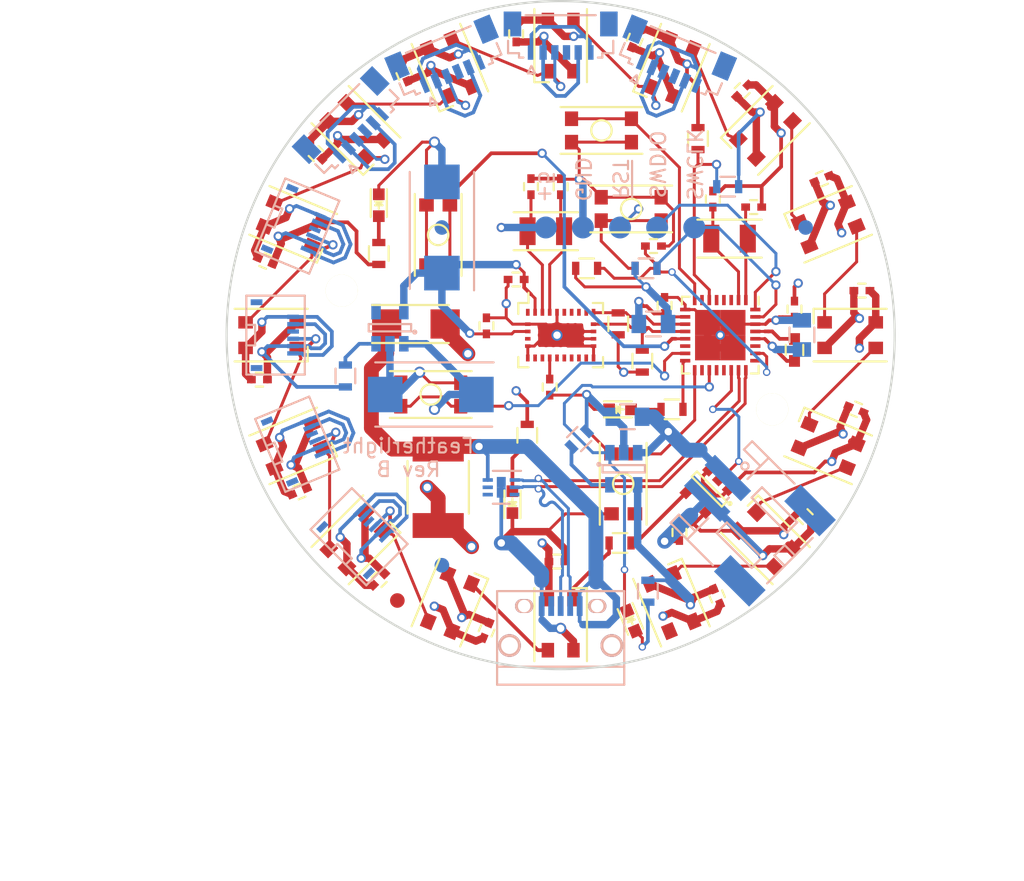
<source format=kicad_pcb>
(kicad_pcb (version 20160815) (host pcbnew 201609170819+7166~55~ubuntu16.04.1-)
  (layers (0 F.Cu signal) (1 Gnd power hide) (2 Split_Power mixed hide) (31 B.Cu signal) (34 B.Paste user hide) (35 F.Paste user hide) (36 B.SilkS user) (37 F.SilkS user hide) (38 B.Mask user) (39 F.Mask user) (44 Edge.Cuts user))
  (net 0 "")
  (net 1 GND)
  (net 2 +3V3)
  (net 3 "Net-(D1-Pad3)")
  (net 4 LED_control_stream)
  (net 5 "/LED Array/D1D0")
  (net 6 D-)
  (net 7 D+)
  (net 8 "Net-(P1-Pad6)")
  (net 9 "/MCU + IMU/SCL")
  (net 10 "/MCU + IMU/SDA")
  (net 11 "Net-(D18-Pad2)")
  (net 12 VDD)
  (net 13 VUSB)
  (net 14 SWCLK)
  (net 15 SWDIO)
  (net 16 "/LED Array/D2DO")
  (net 17 "/LED Array/D3DO")
  (net 18 "/LED Array/D4DO")
  (net 19 "/LED Array/D5DO")
  (net 20 "/LED Array/D6DO")
  (net 21 "/LED Array/D7DO")
  (net 22 "/LED Array/D8DO")
  (net 23 "/LED Array/D9DO")
  (net 24 "/LED Array/D10DO")
  (net 25 "/LED Array/D11DO")
  (net 26 "Net-(D12-Pad1)")
  (net 27 "/LED Array/D13DO")
  (net 28 "/LED Array/D14DO")
  (net 29 "/LED Array/D15DO")
  (net 30 "/MCU + IMU/UL_BUTTON")
  (net 31 "/MCU + IMU/UR_BUTTON")
  (net 32 "/MCU + IMU/LL_BUTTON")
  (net 33 "/MCU + IMU/LR_BUTTON")
  (net 34 +BATT)
  (net 35 CHARGE_STATUS)
  (net 36 VDD_MON)
  (net 37 "Net-(R14-Pad1)")
  (net 38 "Net-(D21-Pad2)")
  (net 39 ~RST~)
  (net 40 "Net-(C1-Pad2)")
  (net 41 "Net-(C2-Pad2)")
  (net 42 "Net-(C9-Pad1)")
  (net 43 "Net-(C10-Pad2)")
  (net 44 "Net-(C11-Pad2)")
  (net 45 "Net-(C12-Pad1)")
  (net 46 "Net-(C14-Pad1)")
  (net 47 "Net-(D22-Pad2)")
  (net 48 "Net-(R3-Pad2)")
  (net 49 "Net-(R10-Pad1)")
  (net 50 "Net-(U2-Pad22)")
  (net 51 "Net-(D17-Pad2)")
  (module Connector-FFC:Panasonic_AYF530635 (layer B.Cu) (at 87.5908 115.6092 135)
    (fp_text reference P8 hide)
    (fp_text value CONN_01X06)
    (pad 6 smd rect (at 1.25 1.5 135) (size 0.3 0.8) (layers B.Cu B.Paste B.Mask) (net 1 GND))
    (pad 1 smd rect (at -1.25 1.5 135) (size 0.3 0.8) (layers B.Cu B.Paste B.Mask) (net 1 GND))
    (pad 5 smd rect (at 0.75 1.5 135) (size 0.3 0.8) (layers B.Cu B.Paste B.Mask) (net 12 VDD))
    (pad 3 smd rect (at -0.25 1.5 135) (size 0.3 0.8) (layers B.Cu B.Paste B.Mask) (net 16 "/LED Array/D2DO"))
    (pad 4 smd rect (at 0.25 1.5 135) (size 0.3 0.8) (layers B.Cu B.Paste B.Mask))
    (pad 2 smd rect (at -0.75 1.5 135) (size 0.3 0.8) (layers B.Cu B.Paste B.Mask) (net 12 VDD))
    (pad "" smd rect (at 2.25 -1 135) (size 0.4 0.8) (layers B.Cu B.Paste B.Mask))
    (pad "" smd rect (at -2.25 -1 135) (size 0.4 0.8) (layers B.Cu B.Paste B.Mask))
  )
  (module Connector-FFC:Panasonic_AYF530635 (layer B.Cu) (at 83.296099 109.181724 112.5)
    (fp_text reference P9 hide)
    (fp_text value CONN_01X06)
    (pad 6 smd rect (at 1.25 1.5 112.5) (size 0.3 0.8) (layers B.Cu B.Paste B.Mask) (net 1 GND))
    (pad 1 smd rect (at -1.25 1.5 112.5) (size 0.3 0.8) (layers B.Cu B.Paste B.Mask) (net 1 GND))
    (pad 5 smd rect (at 0.75 1.5 112.5) (size 0.3 0.8) (layers B.Cu B.Paste B.Mask) (net 12 VDD))
    (pad 3 smd rect (at -0.25 1.5 112.5) (size 0.3 0.8) (layers B.Cu B.Paste B.Mask) (net 17 "/LED Array/D3DO"))
    (pad 4 smd rect (at 0.25 1.5 112.5) (size 0.3 0.8) (layers B.Cu B.Paste B.Mask))
    (pad 2 smd rect (at -0.750001 1.5 112.5) (size 0.3 0.8) (layers B.Cu B.Paste B.Mask) (net 12 VDD))
    (pad "" smd rect (at 2.25 -1 112.5) (size 0.4 0.8) (layers B.Cu B.Paste B.Mask))
    (pad "" smd rect (at -2.25 -1 112.5) (size 0.4 0.8) (layers B.Cu B.Paste B.Mask))
  )
  (module Connector-FFC:Panasonic_AYF530635 (layer B.Cu) (at 83.296099 94.018276 67.5)
    (fp_text reference P11 hide)
    (fp_text value CONN_01X06)
    (pad 6 smd rect (at 1.25 1.5 67.5) (size 0.3 0.8) (layers B.Cu B.Paste B.Mask) (net 1 GND))
    (pad 1 smd rect (at -1.25 1.5 67.5) (size 0.3 0.8) (layers B.Cu B.Paste B.Mask) (net 1 GND))
    (pad 5 smd rect (at 0.750001 1.5 67.5) (size 0.3 0.8) (layers B.Cu B.Paste B.Mask) (net 12 VDD))
    (pad 3 smd rect (at -0.25 1.5 67.5) (size 0.3 0.8) (layers B.Cu B.Paste B.Mask) (net 19 "/LED Array/D5DO"))
    (pad 4 smd rect (at 0.25 1.5 67.5) (size 0.3 0.8) (layers B.Cu B.Paste B.Mask))
    (pad 2 smd rect (at -0.75 1.5 67.5) (size 0.3 0.8) (layers B.Cu B.Paste B.Mask) (net 12 VDD))
    (pad "" smd rect (at 2.25 -1 67.5) (size 0.4 0.8) (layers B.Cu B.Paste B.Mask))
    (pad "" smd rect (at -2.25 -1 67.5) (size 0.4 0.8) (layers B.Cu B.Paste B.Mask))
  )
  (module Capacitors_SMD:C_0402 (layer F.Cu) (at 112.305386 119.480281 292.5)
    (fp_text reference C30 hide)
    (fp_text value "0.1 uF")
    (pad 1 smd rect (at -0.55 0 292.5) (size 0.6 0.5) (layers F.Cu F.Paste F.Mask) (net 12 VDD))
    (pad 2 smd rect (at 0.55 0 292.5) (size 0.6 0.5) (layers F.Cu F.Paste F.Mask) (net 1 GND))
  )
  (module Connectors_JST:JST_PH_S2B-PH-SM4-TB_02x2.00mm_Angled (layer B.Cu) (at 114.3 114.046 225)
    (fp_text reference P2 hide)
    (fp_text value CONN_01X02)
    (pad "" smd rect (at 3.4 -2.775 225) (size 1.6 3.4) (layers B.Cu B.Paste B.Mask))
    (pad "" smd rect (at -3.4 -2.775 225) (size 1.6 3.4) (layers B.Cu B.Paste B.Mask))
    (pad 2 smd rect (at 1 2.775 225) (size 1 3.5) (layers B.Cu B.Paste B.Mask) (net 1 GND))
    (pad 1 smd rect (at -1 2.775 225) (size 1 3.5) (layers B.Cu B.Paste B.Mask) (net 34 +BATT))
  )
  (module Capacitors_SMD:C_0402 (layer F.Cu) (at 83.719719 112.305386 202.5)
    (fp_text reference C18 hide)
    (fp_text value "0.1 uF")
    (pad 1 smd rect (at -0.55 0 202.5) (size 0.6 0.5) (layers F.Cu F.Paste F.Mask) (net 12 VDD))
    (pad 2 smd rect (at 0.55 0 202.5) (size 0.6 0.5) (layers F.Cu F.Paste F.Mask) (net 1 GND))
  )
  (module Adafruit:LED_SK6812MINI-PLCC4 (layer F.Cu) (at 119.903901 109.181724 157.5)
    (fp_text reference D14 hide)
    (fp_text value SK6812MINI)
    (pad 1 smd rect (at -1.75 -0.875 157.5) (size 1 0.85) (layers F.Cu F.Paste F.Mask) (net 28 "/LED Array/D14DO"))
    (pad 2 smd rect (at -1.75 0.875 157.5) (size 1 0.85) (layers F.Cu F.Paste F.Mask) (net 1 GND))
    (pad 4 smd rect (at 1.75 -0.875 157.5) (size 1 0.85) (layers F.Cu F.Paste F.Mask) (net 12 VDD))
    (pad 3 smd rect (at 1.75 0.875 157.5) (size 1 0.85) (layers F.Cu F.Paste F.Mask) (net 27 "/LED Array/D13DO"))
  )
  (module Adafruit:LED_SK6812MINI-PLCC4 (layer F.Cu) (at 81.788 101.6)
    (fp_text reference D5 hide)
    (fp_text value SK6812MINI)
    (pad 1 smd rect (at -1.75 -0.875) (size 1 0.85) (layers F.Cu F.Paste F.Mask) (net 19 "/LED Array/D5DO"))
    (pad 2 smd rect (at -1.75 0.875) (size 1 0.85) (layers F.Cu F.Paste F.Mask) (net 1 GND))
    (pad 4 smd rect (at 1.75 -0.875) (size 1 0.85) (layers F.Cu F.Paste F.Mask) (net 12 VDD))
    (pad 3 smd rect (at 1.75 0.875) (size 1 0.85) (layers F.Cu F.Paste F.Mask) (net 18 "/LED Array/D4DO"))
  )
  (module Connectors_JST:JST_SUR_SM06B-SURS-TF_06x0.80mm_Angled (layer B.Cu) (at 109.376127 82.826768 337.5)
    (fp_text reference P15 hide)
    (fp_text value CONN_01X06)
    (pad 1 smd rect (at -1.999999 0.975 337.5) (size 0.5 1) (layers B.Cu B.Paste B.Mask) (net 1 GND))
    (pad 2 smd rect (at -1.2 0.975 337.5) (size 0.5 1) (layers B.Cu B.Paste B.Mask) (net 12 VDD))
    (pad 3 smd rect (at -0.4 0.975 337.5) (size 0.5 1) (layers B.Cu B.Paste B.Mask) (net 23 "/LED Array/D9DO"))
    (pad 4 smd rect (at 0.4 0.975 337.5) (size 0.5 1) (layers B.Cu B.Paste B.Mask))
    (pad 5 smd rect (at 1.2 0.975 337.5) (size 0.5 1) (layers B.Cu B.Paste B.Mask) (net 12 VDD))
    (pad 6 smd rect (at 2 0.975 337.5) (size 0.5 1) (layers B.Cu B.Paste B.Mask) (net 1 GND))
    (pad "" smd rect (at 3.3 -0.975 337.5) (size 1.2 1.7) (layers B.Cu B.Paste B.Mask))
    (pad "" smd rect (at -3.3 -0.975 337.5) (size 1.2 1.7) (layers B.Cu B.Paste B.Mask))
  )
  (module Connectors_JST:JST_SUR_SM06B-SURS-TF_06x0.80mm_Angled (layer B.Cu) (at 87.23159 87.23159 45)
    (fp_text reference P12 hide)
    (fp_text value CONN_01X06)
    (pad 1 smd rect (at -2 0.975001 45) (size 0.5 1) (layers B.Cu B.Paste B.Mask) (net 1 GND))
    (pad 2 smd rect (at -1.2 0.975 45) (size 0.5 1) (layers B.Cu B.Paste B.Mask) (net 12 VDD))
    (pad 3 smd rect (at -0.4 0.975 45) (size 0.5 1) (layers B.Cu B.Paste B.Mask) (net 20 "/LED Array/D6DO"))
    (pad 4 smd rect (at 0.4 0.975 45) (size 0.5 1) (layers B.Cu B.Paste B.Mask))
    (pad 5 smd rect (at 1.2 0.975 45) (size 0.5 1) (layers B.Cu B.Paste B.Mask) (net 12 VDD))
    (pad 6 smd rect (at 2 0.975001 45) (size 0.5 1) (layers B.Cu B.Paste B.Mask) (net 1 GND))
    (pad "" smd rect (at 3.299999 -0.975 45) (size 1.2 1.7) (layers B.Cu B.Paste B.Mask))
    (pad "" smd rect (at -3.299999 -0.975 45) (size 1.2 1.7) (layers B.Cu B.Paste B.Mask))
  )
  (module Connectors_JST:JST_SUR_SM06B-SURS-TF_06x0.80mm_Angled (layer B.Cu) (at 93.823873 82.826768 22.5)
    (fp_text reference P13 hide)
    (fp_text value CONN_01X06)
    (pad 1 smd rect (at -2 0.975 22.5) (size 0.5 1) (layers B.Cu B.Paste B.Mask) (net 1 GND))
    (pad 2 smd rect (at -1.2 0.975 22.5) (size 0.5 1) (layers B.Cu B.Paste B.Mask) (net 12 VDD))
    (pad 3 smd rect (at -0.4 0.975 22.5) (size 0.5 1) (layers B.Cu B.Paste B.Mask) (net 21 "/LED Array/D7DO"))
    (pad 4 smd rect (at 0.4 0.975 22.5) (size 0.5 1) (layers B.Cu B.Paste B.Mask))
    (pad 5 smd rect (at 1.2 0.975 22.5) (size 0.5 1) (layers B.Cu B.Paste B.Mask) (net 12 VDD))
    (pad 6 smd rect (at 1.999999 0.975 22.5) (size 0.5 1) (layers B.Cu B.Paste B.Mask) (net 1 GND))
    (pad "" smd rect (at 3.3 -0.975 22.5) (size 1.2 1.7) (layers B.Cu B.Paste B.Mask))
    (pad "" smd rect (at -3.3 -0.975 22.5) (size 1.2 1.7) (layers B.Cu B.Paste B.Mask))
  )
  (module Adafruit:LED_SK6812MINI-PLCC4 (layer F.Cu) (at 87.5908 87.5908 315)
    (fp_text reference D7 hide)
    (fp_text value SK6812MINI)
    (pad 1 smd rect (at -1.749999 -0.875 315) (size 1 0.85) (layers F.Cu F.Paste F.Mask) (net 21 "/LED Array/D7DO"))
    (pad 2 smd rect (at -1.749999 0.875 315) (size 1 0.85) (layers F.Cu F.Paste F.Mask) (net 1 GND))
    (pad 4 smd rect (at 1.749999 -0.875 315) (size 1 0.85) (layers F.Cu F.Paste F.Mask) (net 12 VDD))
    (pad 3 smd rect (at 1.749999 0.875 315) (size 1 0.85) (layers F.Cu F.Paste F.Mask) (net 20 "/LED Array/D6DO"))
  )
  (module Adafruit:LED_SK6812MINI-PLCC4 (layer F.Cu) (at 115.6092 87.5908 225)
    (fp_text reference D11 hide)
    (fp_text value SK6812MINI)
    (pad 1 smd rect (at -1.749999 -0.875 225) (size 1 0.85) (layers F.Cu F.Paste F.Mask) (net 25 "/LED Array/D11DO"))
    (pad 2 smd rect (at -1.749999 0.875 225) (size 1 0.85) (layers F.Cu F.Paste F.Mask) (net 1 GND))
    (pad 4 smd rect (at 1.749999 -0.875 225) (size 1 0.85) (layers F.Cu F.Paste F.Mask) (net 12 VDD))
    (pad 3 smd rect (at 1.749999 0.875 225) (size 1 0.85) (layers F.Cu F.Paste F.Mask) (net 24 "/LED Array/D10DO"))
  )
  (module Adafruit:LED_SK6812MINI-PLCC4 (layer F.Cu) (at 109.181724 83.296099 247.5)
    (fp_text reference D10 hide)
    (fp_text value SK6812MINI)
    (pad 1 smd rect (at -1.75 -0.875 247.5) (size 1 0.85) (layers F.Cu F.Paste F.Mask) (net 24 "/LED Array/D10DO"))
    (pad 2 smd rect (at -1.75 0.875 247.5) (size 1 0.85) (layers F.Cu F.Paste F.Mask) (net 1 GND))
    (pad 4 smd rect (at 1.75 -0.875 247.5) (size 1 0.85) (layers F.Cu F.Paste F.Mask) (net 12 VDD))
    (pad 3 smd rect (at 1.75 0.875 247.5) (size 1 0.85) (layers F.Cu F.Paste F.Mask) (net 23 "/LED Array/D9DO"))
  )
  (module Connectors_JST:JST_SUR_SM06B-SURS-TF_06x0.80mm_Angled (layer B.Cu) (at 101.6 81.28)
    (fp_text reference P14 hide)
    (fp_text value CONN_01X06)
    (pad "" smd rect (at -3.3 -0.975) (size 1.2 1.7) (layers B.Cu B.Paste B.Mask))
    (pad "" smd rect (at 3.3 -0.975) (size 1.2 1.7) (layers B.Cu B.Paste B.Mask))
    (pad 6 smd rect (at 2 0.975) (size 0.5 1) (layers B.Cu B.Paste B.Mask) (net 1 GND))
    (pad 5 smd rect (at 1.2 0.975) (size 0.5 1) (layers B.Cu B.Paste B.Mask) (net 12 VDD))
    (pad 4 smd rect (at 0.4 0.975) (size 0.5 1) (layers B.Cu B.Paste B.Mask))
    (pad 3 smd rect (at -0.4 0.975) (size 0.5 1) (layers B.Cu B.Paste B.Mask) (net 22 "/LED Array/D8DO"))
    (pad 2 smd rect (at -1.2 0.975) (size 0.5 1) (layers B.Cu B.Paste B.Mask) (net 12 VDD))
    (pad 1 smd rect (at -2 0.975) (size 0.5 1) (layers B.Cu B.Paste B.Mask) (net 1 GND))
  )
  (module Mounting_Holes:MountingHole_2.2mm_M2 (layer F.Cu) (at 86.614 98.552)
    (fp_text reference REF** hide)
    (fp_text value MountingHole_2.2mm_M2)
    (pad 1 np_thru_hole circle (at 0 0) (size 2.2 2.2) (drill 2.2) (layers *.Cu *.Mask F.SilkS))
  )
  (module Mounting_Holes:MountingHole_2.2mm_M2 (layer F.Cu) (at 116.078 106.68)
    (fp_text reference REF** hide)
    (fp_text value MountingHole_2.2mm_M2)
    (pad 1 np_thru_hole circle (at 0 0) (size 2.2 2.2) (drill 2.2) (layers *.Cu *.Mask F.SilkS))
  )
  (module LEDs:LED_0603 (layer F.Cu) (at 89.154 92.71 270)
    (fp_text reference D17 hide)
    (fp_text value Green)
    (pad 1 smd rect (at -0.7493 0 90) (size 0.79756 0.79756) (layers F.Cu F.Paste F.Mask) (net 1 GND))
    (pad 2 smd rect (at 0.7493 0 90) (size 0.79756 0.79756) (layers F.Cu F.Paste F.Mask) (net 51 "Net-(D17-Pad2)"))
  )
  (module Capacitors_Tantalum_SMD:TantalC_SizeD_EIA-7343_Reflow (layer B.Cu) (at 93.472 94.234 90)
    (fp_text reference C32 hide)
    (fp_text value "220 uF")
    (pad 1 smd rect (at -3.12 0 90) (size 2.37 2.43) (layers B.Cu B.Paste B.Mask) (net 2 +3V3))
    (pad 2 smd rect (at 3.12 0 90) (size 2.37 2.43) (layers B.Cu B.Paste B.Mask) (net 1 GND))
  )
  (module featherlight:KMR2_switch (layer F.Cu) (at 106.426 92.964 180)
    (fp_text reference SW1 hide)
    (fp_text value Button)
    (pad 2 smd rect (at 2.05 -0.8 180) (size 0.9 1) (layers F.Cu F.Paste F.Mask) (net 39 ~RST~))
    (pad 2 smd rect (at -2.05 -0.8 180) (size 0.9 1) (layers F.Cu F.Paste F.Mask) (net 39 ~RST~))
    (pad 1 smd rect (at -2.05 0.8 180) (size 0.9 1) (layers F.Cu F.Paste F.Mask) (net 1 GND))
    (pad 1 smd rect (at 2.05 0.8 180) (size 0.9 1) (layers F.Cu F.Paste F.Mask) (net 1 GND))
  )
  (module Housings_DFN_QFN:QFN-32-1EP_5x5mm_Pitch0.5mm (layer F.Cu) (at 112.522 101.6 270)
    (fp_text reference U2 hide)
    (fp_text value SAMD21E18A-M)
    (pad 33 smd rect (at -0.8625 -0.8625 270) (size 1.725 1.725) (layers F.Cu F.Paste F.Mask) (net 2 +3V3))
    (pad 33 smd rect (at -0.8625 0.8625 270) (size 1.725 1.725) (layers F.Cu F.Paste F.Mask) (net 2 +3V3))
    (pad 33 smd rect (at 0.8625 -0.8625 270) (size 1.725 1.725) (layers F.Cu F.Paste F.Mask) (net 2 +3V3))
    (pad 33 smd rect (at 0.8625 0.8625 270) (size 1.725 1.725) (layers F.Cu F.Paste F.Mask) (net 2 +3V3))
    (pad 32 smd rect (at -1.75 -2.4) (size 0.7 0.25) (layers F.Cu F.Paste F.Mask) (net 15 SWDIO))
    (pad 31 smd rect (at -1.25 -2.4) (size 0.7 0.25) (layers F.Cu F.Paste F.Mask) (net 14 SWCLK))
    (pad 30 smd rect (at -0.75 -2.4) (size 0.7 0.25) (layers F.Cu F.Paste F.Mask) (net 2 +3V3))
    (pad 29 smd rect (at -0.25 -2.4) (size 0.7 0.25) (layers F.Cu F.Paste F.Mask) (net 46 "Net-(C14-Pad1)"))
    (pad 28 smd rect (at 0.25 -2.4) (size 0.7 0.25) (layers F.Cu F.Paste F.Mask) (net 1 GND))
    (pad 27 smd rect (at 0.75 -2.4) (size 0.7 0.25) (layers F.Cu F.Paste F.Mask))
    (pad 26 smd rect (at 1.25 -2.4) (size 0.7 0.25) (layers F.Cu F.Paste F.Mask) (net 42 "Net-(C9-Pad1)"))
    (pad 25 smd rect (at 1.75 -2.4) (size 0.7 0.25) (layers F.Cu F.Paste F.Mask))
    (pad 24 smd rect (at 2.4 -1.75 270) (size 0.7 0.25) (layers F.Cu F.Paste F.Mask) (net 7 D+))
    (pad 23 smd rect (at 2.4 -1.25 270) (size 0.7 0.25) (layers F.Cu F.Paste F.Mask) (net 6 D-))
    (pad 22 smd rect (at 2.4 -0.75 270) (size 0.7 0.25) (layers F.Cu F.Paste F.Mask) (net 50 "Net-(U2-Pad22)"))
    (pad 21 smd rect (at 2.4 -0.25 270) (size 0.7 0.25) (layers F.Cu F.Paste F.Mask))
    (pad 20 smd rect (at 2.4 0.25 270) (size 0.7 0.25) (layers F.Cu F.Paste F.Mask))
    (pad 19 smd rect (at 2.4 0.75 270) (size 0.7 0.25) (layers F.Cu F.Paste F.Mask) (net 35 CHARGE_STATUS))
    (pad 18 smd rect (at 2.4 1.25 270) (size 0.7 0.25) (layers F.Cu F.Paste F.Mask))
    (pad 17 smd rect (at 2.4 1.75 270) (size 0.7 0.25) (layers F.Cu F.Paste F.Mask) (net 33 "/MCU + IMU/LR_BUTTON"))
    (pad 16 smd rect (at 1.75 2.4) (size 0.7 0.25) (layers F.Cu F.Paste F.Mask) (net 48 "Net-(R3-Pad2)"))
    (pad 15 smd rect (at 1.25 2.4) (size 0.7 0.25) (layers F.Cu F.Paste F.Mask) (net 32 "/MCU + IMU/LL_BUTTON"))
    (pad 14 smd rect (at 0.75 2.4) (size 0.7 0.25) (layers F.Cu F.Paste F.Mask))
    (pad 13 smd rect (at 0.25 2.4) (size 0.7 0.25) (layers F.Cu F.Paste F.Mask) (net 30 "/MCU + IMU/UL_BUTTON"))
    (pad 12 smd rect (at -0.25 2.4) (size 0.7 0.25) (layers F.Cu F.Paste F.Mask) (net 9 "/MCU + IMU/SCL"))
    (pad 11 smd rect (at -0.75 2.4) (size 0.7 0.25) (layers F.Cu F.Paste F.Mask) (net 10 "/MCU + IMU/SDA"))
    (pad 10 smd rect (at -1.25 2.4) (size 0.7 0.25) (layers F.Cu F.Paste F.Mask) (net 1 GND))
    (pad 9 smd rect (at -1.75 2.4) (size 0.7 0.25) (layers F.Cu F.Paste F.Mask) (net 2 +3V3))
    (pad 8 smd rect (at -2.4 1.75 270) (size 0.7 0.25) (layers F.Cu F.Paste F.Mask) (net 31 "/MCU + IMU/UR_BUTTON"))
    (pad 7 smd rect (at -2.4 1.25 270) (size 0.7 0.25) (layers F.Cu F.Paste F.Mask))
    (pad 6 smd rect (at -2.4 0.75 270) (size 0.7 0.25) (layers F.Cu F.Paste F.Mask) (net 36 VDD_MON))
    (pad 5 smd rect (at -2.4 0.25 270) (size 0.7 0.25) (layers F.Cu F.Paste F.Mask))
    (pad 4 smd rect (at -2.4 -0.25 270) (size 0.7 0.25) (layers F.Cu F.Paste F.Mask))
    (pad 3 smd rect (at -2.4 -0.75 270) (size 0.7 0.25) (layers F.Cu F.Paste F.Mask))
    (pad 2 smd rect (at -2.4 -1.25 270) (size 0.7 0.25) (layers F.Cu F.Paste F.Mask) (net 41 "Net-(C2-Pad2)"))
    (pad 1 smd rect (at -2.4 -1.75 270) (size 0.7 0.25) (layers F.Cu F.Paste F.Mask) (net 40 "Net-(C1-Pad2)"))
  )
  (module featherlight:1812_PTC (layer F.Cu) (at 93.218 112.014 270)
    (fp_text reference F1 hide)
    (fp_text value FUSE)
    (pad 2 smd rect (at 2.615 0 270) (size 1.7 3.5) (layers F.Cu F.Paste F.Mask) (net 12 VDD))
    (pad 1 smd rect (at -2.615 0 270) (size 1.7 3.5) (layers F.Cu F.Paste F.Mask) (net 13 VUSB))
  )
  (module Capacitors_SMD:C_0402 (layer F.Cu) (at 106.673417 81.38688 67.5)
    (fp_text reference C24 hide)
    (fp_text value "0.1 uF")
    (pad 2 smd rect (at 0.55 0 67.5) (size 0.6 0.5) (layers F.Cu F.Paste F.Mask) (net 1 GND))
    (pad 1 smd rect (at -0.55 0 67.5) (size 0.6 0.5) (layers F.Cu F.Paste F.Mask) (net 12 VDD))
  )
  (module Capacitors_SMD:C_0402 (layer F.Cu) (at 114.022452 84.867025 45)
    (fp_text reference C25 hide)
    (fp_text value "0.1 uF")
    (pad 2 smd rect (at 0.55 0 45) (size 0.6 0.5) (layers F.Cu F.Paste F.Mask) (net 1 GND))
    (pad 1 smd rect (at -0.55 0 45) (size 0.6 0.5) (layers F.Cu F.Paste F.Mask) (net 12 VDD))
  )
  (module Capacitors_SMD:C_0402 (layer F.Cu) (at 119.480281 90.894614 22.5)
    (fp_text reference C26 hide)
    (fp_text value "0.1 uF")
    (pad 2 smd rect (at 0.55 0 22.5) (size 0.6 0.5) (layers F.Cu F.Paste F.Mask) (net 1 GND))
    (pad 1 smd rect (at -0.55 0 22.5) (size 0.6 0.5) (layers F.Cu F.Paste F.Mask) (net 12 VDD))
  )
  (module Capacitors_SMD:C_0402 (layer F.Cu) (at 122.216 98.552)
    (fp_text reference C27 hide)
    (fp_text value "0.1 uF")
    (pad 2 smd rect (at 0.55 0) (size 0.6 0.5) (layers F.Cu F.Paste F.Mask) (net 1 GND))
    (pad 1 smd rect (at -0.55 0) (size 0.6 0.5) (layers F.Cu F.Paste F.Mask) (net 12 VDD))
  )
  (module Capacitors_SMD:C_0402 (layer F.Cu) (at 121.81312 106.673417 337.5)
    (fp_text reference C28 hide)
    (fp_text value "0.1 uF")
    (pad 2 smd rect (at 0.55 0 337.5) (size 0.6 0.5) (layers F.Cu F.Paste F.Mask) (net 1 GND))
    (pad 1 smd rect (at -0.55 0 337.5) (size 0.6 0.5) (layers F.Cu F.Paste F.Mask) (net 12 VDD))
  )
  (module Capacitors_SMD:C_0402 (layer F.Cu) (at 118.332975 114.022452 315)
    (fp_text reference C29 hide)
    (fp_text value "0.1 uF")
    (pad 2 smd rect (at 0.55 0 315) (size 0.6 0.5) (layers F.Cu F.Paste F.Mask) (net 1 GND))
    (pad 1 smd rect (at -0.55 0 315) (size 0.6 0.5) (layers F.Cu F.Paste F.Mask) (net 12 VDD))
  )
  (module Capacitors_SMD:C_0402 (layer F.Cu) (at 96.526583 121.81312 247.5)
    (fp_text reference C16 hide)
    (fp_text value "0.1 uF")
    (pad 2 smd rect (at 0.55 0 247.5) (size 0.6 0.5) (layers F.Cu F.Paste F.Mask) (net 1 GND))
    (pad 1 smd rect (at -0.55 0 247.5) (size 0.6 0.5) (layers F.Cu F.Paste F.Mask) (net 12 VDD))
  )
  (module Capacitors_SMD:C_0402 (layer F.Cu) (at 89.177548 118.332975 225)
    (fp_text reference C17 hide)
    (fp_text value "0.1 uF")
    (pad 2 smd rect (at 0.55 0 225) (size 0.6 0.5) (layers F.Cu F.Paste F.Mask) (net 1 GND))
    (pad 1 smd rect (at -0.55 0 225) (size 0.6 0.5) (layers F.Cu F.Paste F.Mask) (net 12 VDD))
  )
  (module Capacitors_SMD:C_0402 (layer F.Cu) (at 80.984 104.648 180)
    (fp_text reference C19 hide)
    (fp_text value "0.1 uF")
    (pad 2 smd rect (at 0.55 0 180) (size 0.6 0.5) (layers F.Cu F.Paste F.Mask) (net 1 GND))
    (pad 1 smd rect (at -0.55 0 180) (size 0.6 0.5) (layers F.Cu F.Paste F.Mask) (net 12 VDD))
  )
  (module Capacitors_SMD:C_0402 (layer F.Cu) (at 81.38688 96.526583 157.5)
    (fp_text reference C20 hide)
    (fp_text value "0.1 uF")
    (pad 2 smd rect (at 0.55 0 157.5) (size 0.6 0.5) (layers F.Cu F.Paste F.Mask) (net 1 GND))
    (pad 1 smd rect (at -0.55 0 157.5) (size 0.6 0.5) (layers F.Cu F.Paste F.Mask) (net 12 VDD))
  )
  (module Capacitors_SMD:C_0402 (layer F.Cu) (at 84.867025 89.177548 135)
    (fp_text reference C21 hide)
    (fp_text value "0.1 uF")
    (pad 2 smd rect (at 0.55 0 135) (size 0.6 0.5) (layers F.Cu F.Paste F.Mask) (net 1 GND))
    (pad 1 smd rect (at -0.55 0 135) (size 0.6 0.5) (layers F.Cu F.Paste F.Mask) (net 12 VDD))
  )
  (module Capacitors_SMD:C_0402 (layer F.Cu) (at 90.894614 83.719719 112.5)
    (fp_text reference C22 hide)
    (fp_text value "0.1 uF")
    (pad 2 smd rect (at 0.55 0 112.5) (size 0.6 0.5) (layers F.Cu F.Paste F.Mask) (net 1 GND))
    (pad 1 smd rect (at -0.55 0 112.5) (size 0.6 0.5) (layers F.Cu F.Paste F.Mask) (net 12 VDD))
  )
  (module Adafruit:LED_SK6812MINI-PLCC4 (layer F.Cu) (at 87.5908 115.6092 45)
    (fp_text reference D3 hide)
    (fp_text value SK6812MINI)
    (pad 1 smd rect (at -1.749999 -0.875 45) (size 1 0.85) (layers F.Cu F.Paste F.Mask) (net 17 "/LED Array/D3DO"))
    (pad 2 smd rect (at -1.749999 0.875 45) (size 1 0.85) (layers F.Cu F.Paste F.Mask) (net 1 GND))
    (pad 4 smd rect (at 1.749999 -0.875 45) (size 1 0.85) (layers F.Cu F.Paste F.Mask) (net 12 VDD))
    (pad 3 smd rect (at 1.749999 0.875 45) (size 1 0.85) (layers F.Cu F.Paste F.Mask) (net 16 "/LED Array/D2DO"))
  )
  (module Adafruit:LED_SK6812MINI-PLCC4 (layer F.Cu) (at 94.018276 119.903901 67.5)
    (fp_text reference D2 hide)
    (fp_text value SK6812MINI)
    (pad 1 smd rect (at -1.75 -0.875 67.5) (size 1 0.85) (layers F.Cu F.Paste F.Mask) (net 16 "/LED Array/D2DO"))
    (pad 2 smd rect (at -1.75 0.875 67.5) (size 1 0.85) (layers F.Cu F.Paste F.Mask) (net 1 GND))
    (pad 4 smd rect (at 1.75 -0.875 67.5) (size 1 0.85) (layers F.Cu F.Paste F.Mask) (net 12 VDD))
    (pad 3 smd rect (at 1.75 0.875 67.5) (size 1 0.85) (layers F.Cu F.Paste F.Mask) (net 5 "/LED Array/D1D0"))
  )
  (module Adafruit:LED_SK6812MINI-PLCC4 (layer F.Cu) (at 101.6 81.788 270)
    (fp_text reference D9 hide)
    (fp_text value SK6812MINI)
    (pad 1 smd rect (at -1.75 -0.875 270) (size 1 0.85) (layers F.Cu F.Paste F.Mask) (net 23 "/LED Array/D9DO"))
    (pad 2 smd rect (at -1.75 0.875 270) (size 1 0.85) (layers F.Cu F.Paste F.Mask) (net 1 GND))
    (pad 4 smd rect (at 1.75 -0.875 270) (size 1 0.85) (layers F.Cu F.Paste F.Mask) (net 12 VDD))
    (pad 3 smd rect (at 1.75 0.875 270) (size 1 0.85) (layers F.Cu F.Paste F.Mask) (net 22 "/LED Array/D8DO"))
  )
  (module Capacitors_SMD:C_0402 (layer F.Cu) (at 98.552 80.984 90)
    (fp_text reference C23 hide)
    (fp_text value "0.1 uF")
    (pad 2 smd rect (at 0.55 0 90) (size 0.6 0.5) (layers F.Cu F.Paste F.Mask) (net 1 GND))
    (pad 1 smd rect (at -0.55 0 90) (size 0.6 0.5) (layers F.Cu F.Paste F.Mask) (net 12 VDD))
  )
  (module Adafruit:LED_SK6812MINI-PLCC4 (layer F.Cu) (at 83.296099 109.181724 22.5)
    (fp_text reference D4 hide)
    (fp_text value SK6812MINI)
    (pad 1 smd rect (at -1.75 -0.875 22.5) (size 1 0.85) (layers F.Cu F.Paste F.Mask) (net 18 "/LED Array/D4DO"))
    (pad 2 smd rect (at -1.75 0.875 22.5) (size 1 0.85) (layers F.Cu F.Paste F.Mask) (net 1 GND))
    (pad 4 smd rect (at 1.75 -0.875 22.5) (size 1 0.85) (layers F.Cu F.Paste F.Mask) (net 12 VDD))
    (pad 3 smd rect (at 1.75 0.875 22.5) (size 1 0.85) (layers F.Cu F.Paste F.Mask) (net 17 "/LED Array/D3DO"))
  )
  (module Adafruit:LED_SK6812MINI-PLCC4 (layer F.Cu) (at 83.296099 94.018276 337.5)
    (fp_text reference D6 hide)
    (fp_text value SK6812MINI)
    (pad 1 smd rect (at -1.75 -0.875 337.5) (size 1 0.85) (layers F.Cu F.Paste F.Mask) (net 20 "/LED Array/D6DO"))
    (pad 2 smd rect (at -1.75 0.875 337.5) (size 1 0.85) (layers F.Cu F.Paste F.Mask) (net 1 GND))
    (pad 4 smd rect (at 1.75 -0.875 337.5) (size 1 0.85) (layers F.Cu F.Paste F.Mask) (net 12 VDD))
    (pad 3 smd rect (at 1.75 0.875 337.5) (size 1 0.85) (layers F.Cu F.Paste F.Mask) (net 19 "/LED Array/D5DO"))
  )
  (module Adafruit:LED_SK6812MINI-PLCC4 (layer F.Cu) (at 94.018276 83.296099 292.5)
    (fp_text reference D8 hide)
    (fp_text value SK6812MINI)
    (pad 1 smd rect (at -1.75 -0.875 292.5) (size 1 0.85) (layers F.Cu F.Paste F.Mask) (net 22 "/LED Array/D8DO"))
    (pad 2 smd rect (at -1.75 0.875 292.5) (size 1 0.85) (layers F.Cu F.Paste F.Mask) (net 1 GND))
    (pad 4 smd rect (at 1.75 -0.875 292.5) (size 1 0.85) (layers F.Cu F.Paste F.Mask) (net 12 VDD))
    (pad 3 smd rect (at 1.75 0.875 292.5) (size 1 0.85) (layers F.Cu F.Paste F.Mask) (net 21 "/LED Array/D7DO"))
  )
  (module Adafruit:LED_SK6812MINI-PLCC4 (layer F.Cu) (at 119.903901 94.018276 202.5)
    (fp_text reference D12 hide)
    (fp_text value SK6812MINI)
    (pad 1 smd rect (at -1.75 -0.875 202.5) (size 1 0.85) (layers F.Cu F.Paste F.Mask) (net 26 "Net-(D12-Pad1)"))
    (pad 2 smd rect (at -1.75 0.875 202.5) (size 1 0.85) (layers F.Cu F.Paste F.Mask) (net 1 GND))
    (pad 4 smd rect (at 1.75 -0.875 202.5) (size 1 0.85) (layers F.Cu F.Paste F.Mask) (net 12 VDD))
    (pad 3 smd rect (at 1.75 0.875 202.5) (size 1 0.85) (layers F.Cu F.Paste F.Mask) (net 25 "/LED Array/D11DO"))
  )
  (module Adafruit:LED_SK6812MINI-PLCC4 (layer F.Cu) (at 121.412 101.6 180)
    (fp_text reference D13 hide)
    (fp_text value SK6812MINI)
    (pad 1 smd rect (at -1.75 -0.875 180) (size 1 0.85) (layers F.Cu F.Paste F.Mask) (net 27 "/LED Array/D13DO"))
    (pad 2 smd rect (at -1.75 0.875 180) (size 1 0.85) (layers F.Cu F.Paste F.Mask) (net 1 GND))
    (pad 4 smd rect (at 1.75 -0.875 180) (size 1 0.85) (layers F.Cu F.Paste F.Mask) (net 12 VDD))
    (pad 3 smd rect (at 1.75 0.875 180) (size 1 0.85) (layers F.Cu F.Paste F.Mask) (net 26 "Net-(D12-Pad1)"))
  )
  (module Adafruit:LED_SK6812MINI-PLCC4 (layer F.Cu) (at 115.6092 115.6092 135)
    (fp_text reference D15 hide)
    (fp_text value SK6812MINI)
    (pad 1 smd rect (at -1.749999 -0.875 135) (size 1 0.85) (layers F.Cu F.Paste F.Mask) (net 29 "/LED Array/D15DO"))
    (pad 2 smd rect (at -1.749999 0.875 135) (size 1 0.85) (layers F.Cu F.Paste F.Mask) (net 1 GND))
    (pad 4 smd rect (at 1.749999 -0.875 135) (size 1 0.85) (layers F.Cu F.Paste F.Mask) (net 12 VDD))
    (pad 3 smd rect (at 1.749999 0.875 135) (size 1 0.85) (layers F.Cu F.Paste F.Mask) (net 28 "/LED Array/D14DO"))
  )
  (module Adafruit:LED_SK6812MINI-PLCC4 (layer F.Cu) (at 109.181724 119.903901 112.5)
    (fp_text reference D16 hide)
    (fp_text value SK6812MINI)
    (pad 1 smd rect (at -1.75 -0.875 112.5) (size 1 0.85) (layers F.Cu F.Paste F.Mask))
    (pad 2 smd rect (at -1.75 0.875 112.5) (size 1 0.85) (layers F.Cu F.Paste F.Mask) (net 1 GND))
    (pad 4 smd rect (at 1.75 -0.875 112.5) (size 1 0.85) (layers F.Cu F.Paste F.Mask) (net 12 VDD))
    (pad 3 smd rect (at 1.75 0.875 112.5) (size 1 0.85) (layers F.Cu F.Paste F.Mask) (net 29 "/LED Array/D15DO"))
  )
  (module Capacitors_SMD:C_0402 (layer F.Cu) (at 101.346 117.094)
    (fp_text reference C15 hide)
    (fp_text value "0.1 uF")
    (pad 2 smd rect (at 0.55 0) (size 0.6 0.5) (layers F.Cu F.Paste F.Mask) (net 1 GND))
    (pad 1 smd rect (at -0.55 0) (size 0.6 0.5) (layers F.Cu F.Paste F.Mask) (net 12 VDD))
  )
  (module Adafruit:LED_SK6812MINI-PLCC4 (layer F.Cu) (at 101.6 121.412 90)
    (fp_text reference D1 hide)
    (fp_text value SK6812MINI)
    (pad 1 smd rect (at -1.75 -0.875 90) (size 1 0.85) (layers F.Cu F.Paste F.Mask) (net 5 "/LED Array/D1D0"))
    (pad 2 smd rect (at -1.75 0.875 90) (size 1 0.85) (layers F.Cu F.Paste F.Mask) (net 1 GND))
    (pad 4 smd rect (at 1.75 -0.875 90) (size 1 0.85) (layers F.Cu F.Paste F.Mask) (net 12 VDD))
    (pad 3 smd rect (at 1.75 0.875 90) (size 1 0.85) (layers F.Cu F.Paste F.Mask) (net 3 "Net-(D1-Pad3)"))
  )
  (module Capacitors_Tantalum_SMD:TantalC_SizeD_EIA-7343_Reflow (layer B.Cu) (at 92.71 105.664 180)
    (fp_text reference C31 hide)
    (fp_text value "220 uF")
    (pad 1 smd rect (at -3.12 0 180) (size 2.37 2.43) (layers B.Cu B.Paste B.Mask) (net 12 VDD))
    (pad 2 smd rect (at 3.12 0 180) (size 2.37 2.43) (layers B.Cu B.Paste B.Mask) (net 1 GND))
  )
  (module Capacitors_SMD:C_0402 (layer F.Cu) (at 108.712 99.568 90)
    (fp_text reference C8 hide)
    (fp_text value "0.1 uF")
    (pad 2 smd rect (at 0.55 0 90) (size 0.6 0.5) (layers F.Cu F.Paste F.Mask) (net 2 +3V3))
    (pad 1 smd rect (at -0.55 0 90) (size 0.6 0.5) (layers F.Cu F.Paste F.Mask) (net 1 GND))
  )
  (module Capacitors_SMD:C_0402 (layer F.Cu) (at 114.808 92.837 180)
    (fp_text reference C1 hide)
    (fp_text value "22 pF")
    (pad 2 smd rect (at 0.55 0 180) (size 0.6 0.5) (layers F.Cu F.Paste F.Mask) (net 40 "Net-(C1-Pad2)"))
    (pad 1 smd rect (at -0.55 0 180) (size 0.6 0.5) (layers F.Cu F.Paste F.Mask) (net 1 GND))
  )
  (module Capacitors_SMD:C_0402 (layer F.Cu) (at 112.014 92.287 270)
    (fp_text reference C2 hide)
    (fp_text value "22 pF")
    (pad 2 smd rect (at 0.55 0 270) (size 0.6 0.5) (layers F.Cu F.Paste F.Mask) (net 41 "Net-(C2-Pad2)"))
    (pad 1 smd rect (at -0.55 0 270) (size 0.6 0.5) (layers F.Cu F.Paste F.Mask) (net 1 GND))
  )
  (module Capacitors_SMD:C_0402 (layer F.Cu) (at 96.52 100.965 90)
    (fp_text reference C3 hide)
    (fp_text value "0.1 uF")
    (pad 2 smd rect (at 0.55 0 90) (size 0.6 0.5) (layers F.Cu F.Paste F.Mask) (net 1 GND))
    (pad 1 smd rect (at -0.55 0 90) (size 0.6 0.5) (layers F.Cu F.Paste F.Mask) (net 2 +3V3))
  )
  (module Capacitors_SMD:C_0402 (layer F.Cu) (at 98.552 97.79)
    (fp_text reference C4 hide)
    (fp_text value "0.1 uF")
    (pad 2 smd rect (at 0.55 0) (size 0.6 0.5) (layers F.Cu F.Paste F.Mask) (net 2 +3V3))
    (pad 1 smd rect (at -0.55 0) (size 0.6 0.5) (layers F.Cu F.Paste F.Mask) (net 1 GND))
  )
  (module Capacitors_SMD:C_0402 (layer F.Cu) (at 101.6 91.44 270)
    (fp_text reference C10 hide)
    (fp_text value "22 pF")
    (pad 2 smd rect (at 0.55 0 270) (size 0.6 0.5) (layers F.Cu F.Paste F.Mask) (net 43 "Net-(C10-Pad2)"))
    (pad 1 smd rect (at -0.55 0 270) (size 0.6 0.5) (layers F.Cu F.Paste F.Mask) (net 1 GND))
  )
  (module Capacitors_SMD:C_0402 (layer F.Cu) (at 99.568 91.44 270)
    (fp_text reference C11 hide)
    (fp_text value "22 pF")
    (pad 2 smd rect (at 0.55 0 270) (size 0.6 0.5) (layers F.Cu F.Paste F.Mask) (net 44 "Net-(C11-Pad2)"))
    (pad 1 smd rect (at -0.55 0 270) (size 0.6 0.5) (layers F.Cu F.Paste F.Mask) (net 1 GND))
  )
  (module Capacitors_SMD:C_0402 (layer F.Cu) (at 100.85 105.156 270)
    (fp_text reference C12 hide)
    (fp_text value "0.1 uF")
    (pad 2 smd rect (at 0.55 0 270) (size 0.6 0.5) (layers F.Cu F.Paste F.Mask) (net 1 GND))
    (pad 1 smd rect (at -0.55 0 270) (size 0.6 0.5) (layers F.Cu F.Paste F.Mask) (net 45 "Net-(C12-Pad1)"))
  )
  (module Capacitors_SMD:C_0402 (layer F.Cu) (at 109.728 115.104 270)
    (fp_text reference C13 hide)
    (fp_text value "0.1 uF")
    (pad 2 smd rect (at 0.55 0 270) (size 0.6 0.5) (layers F.Cu F.Paste F.Mask) (net 1 GND))
    (pad 1 smd rect (at -0.55 0 270) (size 0.6 0.5) (layers F.Cu F.Paste F.Mask) (net 12 VDD))
  )
  (module Housings_DFN_QFN:DFN-6-1EP_2x2mm_Pitch0.5mm (layer B.Cu) (at 97.536 112.014 180)
    (fp_text reference D19 hide)
    (fp_text value TVS_Array)
    (pad 7 smd rect (at 0 0.355 180) (size 0.61 0.71) (layers B.Cu B.Paste B.Mask) (net 1 GND))
    (pad 7 smd rect (at 0 -0.355 180) (size 0.61 0.71) (layers B.Cu B.Paste B.Mask) (net 1 GND))
    (pad 6 smd rect (at 0.925 0.5 180) (size 0.7 0.25) (layers B.Cu B.Paste B.Mask) (net 13 VUSB))
    (pad 5 smd rect (at 0.925 0 180) (size 0.7 0.25) (layers B.Cu B.Paste B.Mask))
    (pad 4 smd rect (at 0.925 -0.5 180) (size 0.7 0.25) (layers B.Cu B.Paste B.Mask))
    (pad 3 smd rect (at -0.925 -0.5 180) (size 0.7 0.25) (layers B.Cu B.Paste B.Mask))
    (pad 2 smd rect (at -0.925 0 180) (size 0.7 0.25) (layers B.Cu B.Paste B.Mask) (net 7 D+))
    (pad 1 smd rect (at -0.925 0.5 180) (size 0.7 0.25) (layers B.Cu B.Paste B.Mask) (net 6 D-))
  )
  (module LEDs:LED_0603 (layer F.Cu) (at 105.664 106.68)
    (fp_text reference D22 hide)
    (fp_text value Red)
    (pad 1 smd rect (at -0.7493 0 180) (size 0.79756 0.79756) (layers F.Cu F.Paste F.Mask) (net 1 GND))
    (pad 2 smd rect (at 0.7493 0 180) (size 0.79756 0.79756) (layers F.Cu F.Paste F.Mask) (net 47 "Net-(D22-Pad2)"))
  )
  (module LEDs:LED_0603 (layer F.Cu) (at 98.298 113.03 90)
    (fp_text reference D18 hide)
    (fp_text value Green)
    (pad 1 smd rect (at -0.7493 0 270) (size 0.79756 0.79756) (layers F.Cu F.Paste F.Mask) (net 1 GND))
    (pad 2 smd rect (at 0.7493 0 270) (size 0.79756 0.79756) (layers F.Cu F.Paste F.Mask) (net 11 "Net-(D18-Pad2)"))
  )
  (module Housings_LGA:LGA-28 (layer F.Cu) (at 101.6 101.6 180)
    (fp_text reference U1 hide)
    (fp_text value BNO055)
    (pad 2 smd rect (at 2.25 0.75 180) (size 0.375 0.25) (layers F.Cu F.Paste F.Mask) (net 1 GND))
    (pad 3 smd rect (at 2.25 0.25 180) (size 0.375 0.25) (layers F.Cu F.Paste F.Mask) (net 2 +3V3))
    (pad 4 smd rect (at 2.25 -0.25 180) (size 0.375 0.25) (layers F.Cu F.Paste F.Mask))
    (pad 27 smd rect (at 1.25 1.5625) (size 0.25 0.475) (layers F.Cu F.Paste F.Mask) (net 44 "Net-(C11-Pad2)"))
    (pad 26 smd rect (at 0.75 1.5625) (size 0.25 0.475) (layers F.Cu F.Paste F.Mask) (net 43 "Net-(C10-Pad2)"))
    (pad 25 smd rect (at 0.25 1.5625) (size 0.25 0.475) (layers F.Cu F.Paste F.Mask) (net 1 GND))
    (pad 24 smd rect (at -0.25 1.5625) (size 0.25 0.475) (layers F.Cu F.Paste F.Mask))
    (pad 23 smd rect (at -0.75 1.5625) (size 0.25 0.475) (layers F.Cu F.Paste F.Mask))
    (pad 22 smd rect (at -1.25 1.5625) (size 0.25 0.475) (layers F.Cu F.Paste F.Mask))
    (pad 21 smd rect (at -1.75 1.5625) (size 0.25 0.475) (layers F.Cu F.Paste F.Mask))
    (pad 20 smd rect (at -2.25 1.5625 180) (size 0.25 0.475) (layers F.Cu F.Paste F.Mask) (net 10 "/MCU + IMU/SDA"))
    (pad 19 smd rect (at -2.25 0.75 180) (size 0.375 0.25) (layers F.Cu F.Paste F.Mask) (net 9 "/MCU + IMU/SCL"))
    (pad 18 smd rect (at -2.25 0.25 180) (size 0.375 0.25) (layers F.Cu F.Paste F.Mask) (net 1 GND))
    (pad 17 smd rect (at -2.25 -0.25 180) (size 0.375 0.25) (layers F.Cu F.Paste F.Mask) (net 1 GND))
    (pad 16 smd rect (at -2.25 -0.75 180) (size 0.375 0.25) (layers F.Cu F.Paste F.Mask) (net 1 GND))
    (pad 15 smd rect (at -2.25 -1.5625 180) (size 0.25 0.475) (layers F.Cu F.Paste F.Mask) (net 1 GND))
    (pad 14 smd rect (at -1.75 -1.5625 180) (size 0.25 0.475) (layers F.Cu F.Paste F.Mask))
    (pad 13 smd rect (at -1.25 -1.5625) (size 0.25 0.475) (layers F.Cu F.Paste F.Mask))
    (pad 12 smd rect (at -0.75 -1.5625) (size 0.25 0.475) (layers F.Cu F.Paste F.Mask))
    (pad 11 smd rect (at -0.25 -1.5625) (size 0.25 0.475) (layers F.Cu F.Paste F.Mask))
    (pad 10 smd rect (at 0.25 -1.5625) (size 0.25 0.475) (layers F.Cu F.Paste F.Mask))
    (pad 9 smd rect (at 0.75 -1.5625) (size 0.25 0.475) (layers F.Cu F.Paste F.Mask) (net 45 "Net-(C12-Pad1)"))
    (pad 8 smd rect (at 1.25 -1.5625) (size 0.25 0.475) (layers F.Cu F.Paste F.Mask))
    (pad 7 smd rect (at 1.75 -1.5625) (size 0.25 0.475) (layers F.Cu F.Paste F.Mask))
    (pad 6 smd rect (at 2.25 -1.5625 180) (size 0.25 0.475) (layers F.Cu F.Paste F.Mask) (net 1 GND))
    (pad 5 smd rect (at 2.25 -0.75 180) (size 0.375 0.25) (layers F.Cu F.Paste F.Mask) (net 1 GND))
    (pad 28 smd rect (at 1.75 1.5625 180) (size 0.25 0.475) (layers F.Cu F.Paste F.Mask) (net 2 +3V3))
    (pad 1 smd rect (at 2.25 1.5625 180) (size 0.25 0.475) (layers F.Cu F.Paste F.Mask))
  )
  (module Resistors_SMD:R_0603 (layer F.Cu) (at 105.664 115.824)
    (fp_text reference R7 hide)
    (fp_text value 470)
    (pad 2 smd rect (at 0.75 0) (size 0.5 0.9) (layers F.Cu F.Paste F.Mask) (net 4 LED_control_stream))
    (pad 1 smd rect (at -0.75 0) (size 0.5 0.9) (layers F.Cu F.Paste F.Mask) (net 3 "Net-(D1-Pad3)"))
  )
  (module Resistors_SMD:R_0603 (layer B.Cu) (at 86.868 104.394 270)
    (fp_text reference R10 hide)
    (fp_text value "100 K")
    (pad 2 smd rect (at 0.75 0 270) (size 0.5 0.9) (layers B.Cu B.Paste B.Mask) (net 12 VDD))
    (pad 1 smd rect (at -0.75 0 270) (size 0.5 0.9) (layers B.Cu B.Paste B.Mask) (net 49 "Net-(R10-Pad1)"))
  )
  (module Resistors_SMD:R_0603 (layer F.Cu) (at 105.537 100.826 90)
    (fp_text reference R5 hide)
    (fp_text value "10 K")
    (pad 2 smd rect (at 0.75 0 90) (size 0.5 0.9) (layers F.Cu F.Paste F.Mask) (net 10 "/MCU + IMU/SDA"))
    (pad 1 smd rect (at -0.75 0 90) (size 0.5 0.9) (layers F.Cu F.Paste F.Mask) (net 2 +3V3))
  )
  (module Resistors_SMD:R_0603 (layer F.Cu) (at 107.188 103.378 90)
    (fp_text reference R6 hide)
    (fp_text value "10 K")
    (pad 2 smd rect (at 0.75 0 90) (size 0.5 0.9) (layers F.Cu F.Paste F.Mask) (net 9 "/MCU + IMU/SCL"))
    (pad 1 smd rect (at -0.75 0 90) (size 0.5 0.9) (layers F.Cu F.Paste F.Mask) (net 2 +3V3))
  )
  (module Resistors_SMD:R_0603 (layer F.Cu) (at 109.22 106.68)
    (fp_text reference R3 hide)
    (fp_text value "1 K")
    (pad 2 smd rect (at 0.75 0) (size 0.5 0.9) (layers F.Cu F.Paste F.Mask) (net 48 "Net-(R3-Pad2)"))
    (pad 1 smd rect (at -0.75 0) (size 0.5 0.9) (layers F.Cu F.Paste F.Mask) (net 47 "Net-(D22-Pad2)"))
  )
  (module Resistors_SMD:R_0603 (layer F.Cu) (at 89.154 96.012 90)
    (fp_text reference R8 hide)
    (fp_text value "1 K")
    (pad 2 smd rect (at 0.75 0 90) (size 0.5 0.9) (layers F.Cu F.Paste F.Mask) (net 51 "Net-(D17-Pad2)"))
    (pad 1 smd rect (at -0.75 0 90) (size 0.5 0.9) (layers F.Cu F.Paste F.Mask) (net 12 VDD))
  )
  (module Resistors_SMD:R_0603 (layer F.Cu) (at 99.314 108.458 270)
    (fp_text reference R9 hide)
    (fp_text value "1 K")
    (pad 2 smd rect (at 0.75 0 270) (size 0.5 0.9) (layers F.Cu F.Paste F.Mask) (net 11 "Net-(D18-Pad2)"))
    (pad 1 smd rect (at -0.75 0 270) (size 0.5 0.9) (layers F.Cu F.Paste F.Mask) (net 2 +3V3))
  )
  (module TO_SOT_Packages_SMD:SOT-23-5 (layer F.Cu) (at 111.773704 112.134915 225)
    (fp_text reference U3 hide)
    (fp_text value 74AHCT1G125)
    (pad 5 smd rect (at 1.1 -0.95 225) (size 1.06 0.65) (layers F.Cu F.Paste F.Mask) (net 12 VDD))
    (pad 4 smd rect (at 1.1 0.95 225) (size 1.06 0.65) (layers F.Cu F.Paste F.Mask) (net 4 LED_control_stream))
    (pad 3 smd rect (at -1.1 0.95 225) (size 1.06 0.65) (layers F.Cu F.Paste F.Mask) (net 1 GND))
    (pad 2 smd rect (at -1.099999 0 225) (size 1.06 0.65) (layers F.Cu F.Paste F.Mask) (net 50 "Net-(U2-Pad22)"))
    (pad 1 smd rect (at -1.1 -0.95 225) (size 1.06 0.65) (layers F.Cu F.Paste F.Mask) (net 1 GND))
  )
  (module TO_SOT_Packages_SMD:SOT-23-5 (layer B.Cu) (at 89.916 101.092 90)
    (fp_text reference U4 hide)
    (fp_text value AP2112)
    (pad 5 smd rect (at 1.1 0.95 90) (size 1.06 0.65) (layers B.Cu B.Paste B.Mask) (net 2 +3V3))
    (pad 4 smd rect (at 1.1 -0.95 90) (size 1.06 0.65) (layers B.Cu B.Paste B.Mask))
    (pad 3 smd rect (at -1.1 -0.95 90) (size 1.06 0.65) (layers B.Cu B.Paste B.Mask) (net 49 "Net-(R10-Pad1)"))
    (pad 2 smd rect (at -1.1 0 90) (size 1.06 0.65) (layers B.Cu B.Paste B.Mask) (net 1 GND))
    (pad 1 smd rect (at -1.1 0.95 90) (size 1.06 0.65) (layers B.Cu B.Paste B.Mask) (net 12 VDD))
  )
  (module featherlight:Crystal_SMD_3215_2Pads (layer F.Cu) (at 113.157 94.996 180)
    (fp_text reference Y1 hide)
    (fp_text value "32.768 KHz")
    (pad 2 smd rect (at 1.25 0 180) (size 1.1 1.9) (layers F.Cu F.Paste F.Mask) (net 41 "Net-(C2-Pad2)"))
    (pad 1 smd rect (at -1.25 0 180) (size 1.1 1.9) (layers F.Cu F.Paste F.Mask) (net 40 "Net-(C1-Pad2)"))
  )
  (module featherlight:Crystal_SMD_3215_2Pads (layer F.Cu) (at 100.584 94.488 180)
    (fp_text reference Y2 hide)
    (fp_text value "32.768 KHz")
    (pad 2 smd rect (at 1.25 0 180) (size 1.1 1.9) (layers F.Cu F.Paste F.Mask) (net 44 "Net-(C11-Pad2)"))
    (pad 1 smd rect (at -1.25 0 180) (size 1.1 1.9) (layers F.Cu F.Paste F.Mask) (net 43 "Net-(C10-Pad2)"))
  )
  (module Measurement_Points:Measurement_Point_Round-SMD-Pad_Small (layer B.Cu) (at 110.744 94.234)
    (fp_text reference P3 hide)
    (fp_text value CONN_01X01)
    (pad 1 smd circle (at 0 0) (size 1.5 1.5) (layers B.Cu B.Mask) (net 14 SWCLK))
  )
  (module Measurement_Points:Measurement_Point_Round-SMD-Pad_Small (layer B.Cu) (at 108.204 94.234)
    (fp_text reference P4 hide)
    (fp_text value CONN_01X01)
    (pad 1 smd circle (at 0 0) (size 1.5 1.5) (layers B.Cu B.Mask) (net 15 SWDIO))
  )
  (module Measurement_Points:Measurement_Point_Round-SMD-Pad_Small (layer B.Cu) (at 105.664 94.234)
    (fp_text reference P5 hide)
    (fp_text value CONN_01X01)
    (pad 1 smd circle (at 0 0) (size 1.5 1.5) (layers B.Cu B.Mask) (net 39 ~RST~))
  )
  (module Measurement_Points:Measurement_Point_Round-SMD-Pad_Small (layer B.Cu) (at 100.584 94.234)
    (fp_text reference P6 hide)
    (fp_text value CONN_01X01)
    (pad 1 smd circle (at 0 0) (size 1.5 1.5) (layers B.Cu B.Mask) (net 12 VDD))
  )
  (module Capacitors_SMD:C_0603 (layer F.Cu) (at 117.602 102.616 270)
    (fp_text reference C14 hide)
    (fp_text value "1 uF")
    (pad 2 smd rect (at 0.75 0 270) (size 0.8 0.75) (layers F.Cu F.Paste F.Mask) (net 1 GND))
    (pad 1 smd rect (at -0.75 0 270) (size 0.8 0.75) (layers F.Cu F.Paste F.Mask) (net 46 "Net-(C14-Pad1)"))
  )
  (module Capacitors_SMD:C_0402 (layer F.Cu) (at 117.602 99.822 90)
    (fp_text reference C7 hide)
    (fp_text value "0.1 uF")
    (pad 2 smd rect (at 0.55 0 90) (size 0.6 0.5) (layers F.Cu F.Paste F.Mask) (net 1 GND))
    (pad 1 smd rect (at -0.55 0 90) (size 0.6 0.5) (layers F.Cu F.Paste F.Mask) (net 2 +3V3))
  )
  (module Resistors_SMD:R_0603 (layer B.Cu) (at 107.442 97.028)
    (fp_text reference R4 hide)
    (fp_text value "1 K")
    (pad 2 smd rect (at 0.75 0) (size 0.5 0.9) (layers B.Cu B.Paste B.Mask) (net 14 SWCLK))
    (pad 1 smd rect (at -0.75 0) (size 0.5 0.9) (layers B.Cu B.Paste B.Mask) (net 2 +3V3))
  )
  (module featherlight:KMR2_switch (layer F.Cu) (at 93.218 94.742 270)
    (fp_text reference SW2 hide)
    (fp_text value Button)
    (pad 2 smd rect (at 2.05 -0.8 270) (size 0.9 1) (layers F.Cu F.Paste F.Mask) (net 30 "/MCU + IMU/UL_BUTTON"))
    (pad 2 smd rect (at -2.05 -0.8 270) (size 0.9 1) (layers F.Cu F.Paste F.Mask) (net 30 "/MCU + IMU/UL_BUTTON"))
    (pad 1 smd rect (at -2.05 0.8 270) (size 0.9 1) (layers F.Cu F.Paste F.Mask) (net 1 GND))
    (pad 1 smd rect (at 2.05 0.8 270) (size 0.9 1) (layers F.Cu F.Paste F.Mask) (net 1 GND))
  )
  (module featherlight:KMR2_switch (layer F.Cu) (at 104.394 87.592)
    (fp_text reference SW3 hide)
    (fp_text value Button)
    (pad 2 smd rect (at 2.05 -0.8) (size 0.9 1) (layers F.Cu F.Paste F.Mask) (net 31 "/MCU + IMU/UR_BUTTON"))
    (pad 2 smd rect (at -2.05 -0.8) (size 0.9 1) (layers F.Cu F.Paste F.Mask) (net 31 "/MCU + IMU/UR_BUTTON"))
    (pad 1 smd rect (at -2.05 0.8) (size 0.9 1) (layers F.Cu F.Paste F.Mask) (net 1 GND))
    (pad 1 smd rect (at 2.05 0.8) (size 0.9 1) (layers F.Cu F.Paste F.Mask) (net 1 GND))
  )
  (module featherlight:KMR2_switch (layer F.Cu) (at 92.71 105.664 180)
    (fp_text reference SW4 hide)
    (fp_text value Button)
    (pad 2 smd rect (at 2.05 -0.8 180) (size 0.9 1) (layers F.Cu F.Paste F.Mask) (net 32 "/MCU + IMU/LL_BUTTON"))
    (pad 2 smd rect (at -2.05 -0.8 180) (size 0.9 1) (layers F.Cu F.Paste F.Mask) (net 32 "/MCU + IMU/LL_BUTTON"))
    (pad 1 smd rect (at -2.05 0.8 180) (size 0.9 1) (layers F.Cu F.Paste F.Mask) (net 1 GND))
    (pad 1 smd rect (at 2.05 0.8 180) (size 0.9 1) (layers F.Cu F.Paste F.Mask) (net 1 GND))
  )
  (module featherlight:KMR2_switch (layer F.Cu) (at 105.88 111.778 270)
    (fp_text reference SW5 hide)
    (fp_text value Button)
    (pad 2 smd rect (at 2.05 -0.8 270) (size 0.9 1) (layers F.Cu F.Paste F.Mask) (net 33 "/MCU + IMU/LR_BUTTON"))
    (pad 2 smd rect (at -2.05 -0.8 270) (size 0.9 1) (layers F.Cu F.Paste F.Mask) (net 33 "/MCU + IMU/LR_BUTTON"))
    (pad 1 smd rect (at -2.05 0.8 270) (size 0.9 1) (layers F.Cu F.Paste F.Mask) (net 1 GND))
    (pad 1 smd rect (at 2.05 0.8 270) (size 0.9 1) (layers F.Cu F.Paste F.Mask) (net 1 GND))
  )
  (module Capacitors_SMD:C_0402 (layer F.Cu) (at 107.95 95.504)
    (fp_text reference C9 hide)
    (fp_text value "0.1 uF")
    (pad 2 smd rect (at 0.55 0) (size 0.6 0.5) (layers F.Cu F.Paste F.Mask) (net 1 GND))
    (pad 1 smd rect (at -0.55 0) (size 0.6 0.5) (layers F.Cu F.Paste F.Mask) (net 42 "Net-(C9-Pad1)"))
  )
  (module Resistors_SMD:R_0603 (layer F.Cu) (at 103.378 97.028)
    (fp_text reference R1 hide)
    (fp_text value "10 K")
    (pad 2 smd rect (at 0.75 0) (size 0.5 0.9) (layers F.Cu F.Paste F.Mask) (net 42 "Net-(C9-Pad1)"))
    (pad 1 smd rect (at -0.75 0) (size 0.5 0.9) (layers F.Cu F.Paste F.Mask) (net 2 +3V3))
  )
  (module Resistors_SMD:R_0603 (layer F.Cu) (at 107.442 97.028 180)
    (fp_text reference R2 hide)
    (fp_text value 470)
    (pad 2 smd rect (at 0.75 0 180) (size 0.5 0.9) (layers F.Cu F.Paste F.Mask) (net 39 ~RST~))
    (pad 1 smd rect (at -0.75 0 180) (size 0.5 0.9) (layers F.Cu F.Paste F.Mask) (net 42 "Net-(C9-Pad1)"))
  )
  (module Fiducials:Fiducial_1mm_Dia_2.54mm_Outer_CopperTop (layer F.Cu) (at 89.027 84.328)
    (fp_text reference FID1 hide)
    (fp_text value Fiducial)
    (pad ~ smd circle (at 0 0) (size 1 1) (layers F.Cu F.Mask) (clearance 0.77))
  )
  (module Fiducials:Fiducial_1mm_Dia_2.54mm_Outer_CopperTop (layer F.Cu) (at 112.776 83.312)
    (fp_text reference FID4 hide)
    (fp_text value Fiducial)
    (pad ~ smd circle (at 0 0) (size 1 1) (layers F.Cu F.Mask) (clearance 0.77))
  )
  (module Fiducials:Fiducial_1mm_Dia_2.54mm_Outer_CopperTop (layer F.Cu) (at 90.424 119.761)
    (fp_text reference FID2 hide)
    (fp_text value Fiducial)
    (pad ~ smd circle (at 0 0) (size 1 1) (layers F.Cu F.Mask) (clearance 0.77))
  )
  (module Fiducials:Fiducial_1mm_Dia_2.54mm_Outer_CopperTop (layer B.Cu) (at 93.472 94.234)
    (fp_text reference FID5 hide)
    (fp_text value Fiducial)
    (pad ~ smd circle (at 0 0) (size 1 1) (layers B.Cu B.Mask) (clearance 0.77))
  )
  (module Fiducials:Fiducial_1mm_Dia_2.54mm_Outer_CopperTop (layer B.Cu) (at 93.472 117.348)
    (fp_text reference FID3 hide)
    (fp_text value Fiducial)
    (pad ~ smd circle (at 0 0) (size 1 1) (layers B.Cu B.Mask) (clearance 0.77))
  )
  (module Fiducials:Fiducial_1mm_Dia_2.54mm_Outer_CopperTop (layer B.Cu) (at 118.364 94.234)
    (fp_text reference FID6 hide)
    (fp_text value Fiducial)
    (pad ~ smd circle (at 0 0) (size 1 1) (layers B.Cu B.Mask) (clearance 0.77))
  )
  (module featherlight:USB_Micro-B (layer B.Cu) (at 101.5991 121.70454 180)
    (fp_text reference P1 hide)
    (fp_text value USB_OTG)
    (pad 6 thru_hole circle (at 3.4991 -1.13746 90) (size 1.55 1.55) (drill 1.15) (layers *.Cu *.Mask B.SilkS) (net 8 "Net-(P1-Pad6)"))
    (pad 6 thru_hole circle (at -3.5009 -1.13746 90) (size 1.55 1.55) (drill 1.15) (layers *.Cu *.Mask B.SilkS) (net 8 "Net-(P1-Pad6)"))
    (pad 6 thru_hole oval (at 2.4991 1.56254 90) (size 0.95 1.25) (drill 0.85) (layers *.Cu *.Mask B.SilkS) (net 8 "Net-(P1-Pad6)"))
    (pad 6 thru_hole oval (at -2.5009 1.56254 90) (size 0.95 1.25) (drill 0.85) (layers *.Cu *.Mask B.SilkS) (net 8 "Net-(P1-Pad6)"))
    (pad 5 smd rect (at 1.2991 1.56254 90) (size 1.35 0.4) (layers B.Cu B.Paste B.Mask) (net 1 GND))
    (pad 4 smd rect (at 0.6491 1.56254 90) (size 1.35 0.4) (layers B.Cu B.Paste B.Mask))
    (pad 3 smd rect (at -0.0009 1.56254 90) (size 1.35 0.4) (layers B.Cu B.Paste B.Mask) (net 7 D+))
    (pad 2 smd rect (at -0.6509 1.56254 90) (size 1.35 0.4) (layers B.Cu B.Paste B.Mask) (net 6 D-))
    (pad 1 smd rect (at -1.3009 1.56254 90) (size 1.35 0.4) (layers B.Cu B.Paste B.Mask) (net 13 VUSB))
  )
  (module LEDs:LED_0603 (layer F.Cu) (at 106.426 121.158 292.5)
    (fp_text reference D21 hide)
    (fp_text value Green)
    (pad 1 smd rect (at -0.7493 0 112.5) (size 0.79756 0.79756) (layers F.Cu F.Paste F.Mask) (net 35 CHARGE_STATUS))
    (pad 2 smd rect (at 0.7493 0 112.5) (size 0.79756 0.79756) (layers F.Cu F.Paste F.Mask) (net 38 "Net-(D21-Pad2)"))
  )
  (module Resistors_SMD:R_0603 (layer B.Cu) (at 113.03 91.44)
    (fp_text reference R11 hide)
    (fp_text value "100 K")
    (pad 2 smd rect (at 0.75 0) (size 0.5 0.9) (layers B.Cu B.Paste B.Mask) (net 12 VDD))
    (pad 1 smd rect (at -0.75 0) (size 0.5 0.9) (layers B.Cu B.Paste B.Mask) (net 36 VDD_MON))
  )
  (module Resistors_SMD:R_0603 (layer B.Cu) (at 107.569 119.126 270)
    (fp_text reference R12 hide)
    (fp_text value 470)
    (pad 2 smd rect (at 0.75 0 270) (size 0.5 0.9) (layers B.Cu B.Paste B.Mask) (net 38 "Net-(D21-Pad2)"))
    (pad 1 smd rect (at -0.75 0 270) (size 0.5 0.9) (layers B.Cu B.Paste B.Mask) (net 12 VDD))
  )
  (module Resistors_SMD:R_0603 (layer F.Cu) (at 110.998 88.15 270)
    (fp_text reference R13 hide)
    (fp_text value "100 K")
    (pad 2 smd rect (at 0.75 0 270) (size 0.5 0.9) (layers F.Cu F.Paste F.Mask) (net 36 VDD_MON))
    (pad 1 smd rect (at -0.75 0 270) (size 0.5 0.9) (layers F.Cu F.Paste F.Mask) (net 1 GND))
  )
  (module Resistors_SMD:R_0603 (layer B.Cu) (at 102.87 108.712 45)
    (fp_text reference R14 hide)
    (fp_text value "10 K")
    (pad 2 smd rect (at 0.75 0 45) (size 0.5 0.9) (layers B.Cu B.Paste B.Mask) (net 1 GND))
    (pad 1 smd rect (at -0.75 0 45) (size 0.5 0.9) (layers B.Cu B.Paste B.Mask) (net 37 "Net-(R14-Pad1)"))
  )
  (module TO_SOT_Packages_SMD:SOT-23-5 (layer B.Cu) (at 105.918 110.744 270)
    (fp_text reference U5 hide)
    (fp_text value MCP73831)
    (pad 5 smd rect (at 1.1 0.95 270) (size 1.06 0.65) (layers B.Cu B.Paste B.Mask) (net 37 "Net-(R14-Pad1)"))
    (pad 4 smd rect (at 1.1 -0.95 270) (size 1.06 0.65) (layers B.Cu B.Paste B.Mask) (net 12 VDD))
    (pad 3 smd rect (at -1.1 -0.95 270) (size 1.06 0.65) (layers B.Cu B.Paste B.Mask) (net 34 +BATT))
    (pad 2 smd rect (at -1.1 0 270) (size 1.06 0.65) (layers B.Cu B.Paste B.Mask) (net 1 GND))
    (pad 1 smd rect (at -1.1 0.95 270) (size 1.06 0.65) (layers B.Cu B.Paste B.Mask) (net 35 CHARGE_STATUS))
  )
  (module featherlight:DO-214AC (layer F.Cu) (at 91.694 100.838)
    (fp_text reference D20 hide)
    (fp_text value D_Schottky)
    (pad 1 smd rect (at -2 0) (size 2 2) (layers F.Cu F.Paste F.Mask) (net 13 VUSB))
    (pad 2 smd rect (at 2 0) (size 2 2) (layers F.Cu F.Paste F.Mask) (net 34 +BATT))
  )
  (module Measurement_Points:Measurement_Point_Round-SMD-Pad_Small (layer B.Cu) (at 103.124 94.234)
    (fp_text reference P7 hide)
    (fp_text value CONN_01X01)
    (pad 1 smd circle (at 0 0) (size 1.5 1.5) (layers B.Cu B.Mask) (net 1 GND))
  )
  (module Capacitors_SMD:C_0805 (layer B.Cu) (at 106.172 107.188)
    (fp_text reference C33 hide)
    (fp_text value "10 uF")
    (pad 2 smd rect (at 1 0) (size 1 1.25) (layers B.Cu B.Paste B.Mask) (net 34 +BATT))
    (pad 1 smd rect (at -1 0) (size 1 1.25) (layers B.Cu B.Paste B.Mask) (net 1 GND))
  )
  (module Capacitors_SMD:C_0805 (layer B.Cu) (at 107.95 100.838)
    (fp_text reference C6 hide)
    (fp_text value "10 uF")
    (pad 2 smd rect (at 1 0) (size 1 1.25) (layers B.Cu B.Paste B.Mask) (net 2 +3V3))
    (pad 1 smd rect (at -1 0) (size 1 1.25) (layers B.Cu B.Paste B.Mask) (net 1 GND))
  )
  (module Capacitors_SMD:C_0805 (layer B.Cu) (at 118.11 101.584 270)
    (fp_text reference C5 hide)
    (fp_text value "10 uF")
    (pad 2 smd rect (at 1 0 270) (size 1 1.25) (layers B.Cu B.Paste B.Mask) (net 1 GND))
    (pad 1 smd rect (at -1 0 270) (size 1 1.25) (layers B.Cu B.Paste B.Mask) (net 2 +3V3))
  )
  (module Connector-FFC:Panasonic_AYF530635 (layer B.Cu) (at 81.788 101.6 90)
    (fp_text reference P10 hide)
    (fp_text value CONN_01X06)
    (pad "" smd rect (at -2.25 -1 90) (size 0.4 0.8) (layers B.Cu B.Paste B.Mask))
    (pad "" smd rect (at 2.25 -1 90) (size 0.4 0.8) (layers B.Cu B.Paste B.Mask))
    (pad 2 smd rect (at -0.75 1.5 90) (size 0.3 0.8) (layers B.Cu B.Paste B.Mask) (net 12 VDD))
    (pad 4 smd rect (at 0.25 1.5 90) (size 0.3 0.8) (layers B.Cu B.Paste B.Mask))
    (pad 3 smd rect (at -0.25 1.5 90) (size 0.3 0.8) (layers B.Cu B.Paste B.Mask) (net 18 "/LED Array/D4DO"))
    (pad 5 smd rect (at 0.75 1.5 90) (size 0.3 0.8) (layers B.Cu B.Paste B.Mask) (net 12 VDD))
    (pad 1 smd rect (at -1.25 1.5 90) (size 0.3 0.8) (layers B.Cu B.Paste B.Mask) (net 1 GND))
    (pad 6 smd rect (at 1.25 1.5 90) (size 0.3 0.8) (layers B.Cu B.Paste B.Mask) (net 1 GND))
  )
  (gr_text "Featherlight\nRev B" (at 91.186 109.982) (layer B.SilkS) (effects (font (size 1 1)) (justify mirror)))
  (gr_text ~RST~ (at 105.664 90.932 270) (layer B.SilkS) (effects (font (size 1 1)) (justify mirror)))
  (gr_text +5 (at 100.584 91.44 270) (layer B.SilkS) (effects (font (size 1 1)) (justify mirror)))
  (gr_text GND (at 103.124 90.932 270) (layer B.SilkS) (effects (font (size 1 1)) (justify mirror)))
  (gr_text SWDIO (at 108.204 89.916 270) (layer B.SilkS) (effects (font (size 1 1)) (justify mirror)))
  (gr_text SWCLK (at 110.744 89.916 270) (layer B.SilkS) (effects (font (size 1 1)) (justify mirror)))
  (gr_circle (center 101.6 101.6) (end 124.46 101.6) (layer Edge.Cuts) (width 0.15))
  (segment (start 87.038641 107.364942) (end 87.421538 108.289338) (width 0.254) (layer B.Cu) (net 1))
  (segment (start 85.727217 106.821732) (end 87.038641 107.364942) (width 0.254) (layer B.Cu) (net 1))
  (segment (start 87.421538 108.289338) (end 87.094314 109.079327) (width 0.254) (layer B.Cu) (net 1))
  (segment (start 87.094314 109.079327) (end 85.860595 109.59035) (width 0.254) (layer B.Cu) (net 1))
  (segment (start 85.718296 109.531408) (end 85.160272 109.762548) (width 0.254) (layer B.Cu) (net 1))
  (segment (start 85.860595 109.59035) (end 85.718296 109.531408) (width 0.254) (layer B.Cu) (net 1))
  (segment (start 84.203564 107.45285) (end 85.727217 106.821732) (width 0.254) (layer B.Cu) (net 1))
  (via (at 116.68683 87.770406) (size 0.635) (drill 0.381) (layers F.Cu B.Cu) (net 1))
  (segment (start 87.393941 85.973647) (end 85.655733 87.711854) (width 0.254) (layer B.Cu) (net 1))
  (segment (start 94.455259 81.726709) (end 92.184182 82.66742) (width 0.254) (layer B.Cu) (net 1))
  (segment (start 85.655733 88.484161) (end 85.973647 88.802074) (width 0.254) (layer B.Cu) (net 1))
  (segment (start 91.888633 83.380938) (end 92.060687 83.796312) (width 0.254) (layer B.Cu) (net 1))
  (segment (start 85.973647 88.802074) (end 86.506806 89.335233) (width 0.254) (layer B.Cu) (net 1))
  (segment (start 92.060687 83.796312) (end 92.34923 84.492917) (width 0.254) (layer B.Cu) (net 1))
  (segment (start 85.655733 87.711854) (end 85.655733 88.484161) (width 0.254) (layer B.Cu) (net 1))
  (segment (start 92.184182 82.66742) (end 91.888633 83.380938) (width 0.254) (layer B.Cu) (net 1))
  (segment (start 88.802074 85.973647) (end 87.393941 85.973647) (width 0.254) (layer B.Cu) (net 1))
  (segment (start 95.756205 82.265578) (end 94.455259 81.726709) (width 0.254) (layer B.Cu) (net 1))
  (segment (start 89.335233 86.506806) (end 88.802074 85.973647) (width 0.254) (layer B.Cu) (net 1))
  (segment (start 96.044748 82.962184) (end 95.756205 82.265578) (width 0.254) (layer B.Cu) (net 1))
  (segment (start 88.802074 85.973647) (end 88.309928 85.973647) (width 0.254) (layer B.Cu) (net 1))
  (segment (start 95.756205 82.265578) (end 95.301521 82.077242) (width 0.254) (layer B.Cu) (net 1))
  (segment (start 88.309928 85.973647) (end 88.087905 86.19567) (width 0.254) (layer B.Cu) (net 1))
  (segment (start 95.301521 82.077242) (end 95.011434 82.1974) (width 0.254) (layer B.Cu) (net 1))
  (segment (start 88.087905 86.19567) (end 87.770406 86.51317) (width 0.254) (layer B.Cu) (net 1))
  (segment (start 95.011434 82.1974) (end 94.596601 82.36923) (width 0.254) (layer B.Cu) (net 1))
  (segment (start 110.600444 82.495366) (end 108.329367 81.554655) (width 0.254) (layer B.Cu) (net 1))
  (segment (start 107.615849 81.850204) (end 107.443795 82.265578) (width 0.254) (layer B.Cu) (net 1))
  (segment (start 107.443795 82.265578) (end 107.155252 82.962184) (width 0.254) (layer B.Cu) (net 1))
  (segment (start 108.329367 81.554655) (end 107.615849 81.850204) (width 0.254) (layer B.Cu) (net 1))
  (segment (start 111.139313 83.796312) (end 110.600444 82.495366) (width 0.254) (layer B.Cu) (net 1))
  (segment (start 110.85077 84.492917) (end 111.139313 83.796312) (width 0.254) (layer B.Cu) (net 1))
  (segment (start 111.139313 83.796312) (end 110.950977 83.341628) (width 0.254) (layer B.Cu) (net 1))
  (segment (start 110.950977 83.341628) (end 110.66089 83.22147) (width 0.254) (layer B.Cu) (net 1))
  (segment (start 110.66089 83.22147) (end 110.246057 83.049641) (width 0.254) (layer B.Cu) (net 1))
  (segment (start 103.6 81.501) (end 102.604299 80.505299) (width 0.254) (layer B.Cu) (net 1))
  (segment (start 102.604299 80.505299) (end 100.146103 80.505299) (width 0.254) (layer B.Cu) (net 1))
  (segment (start 100.146103 80.505299) (end 99.6 81.051402) (width 0.254) (layer B.Cu) (net 1))
  (segment (start 99.6 81.051402) (end 99.6 81.501) (width 0.254) (layer B.Cu) (net 1))
  (segment (start 99.6 81.501) (end 99.6 82.255) (width 0.254) (layer B.Cu) (net 1))
  (segment (start 88.933731 112.498502) (end 90.353206 112.498502) (width 0.254) (layer B.Cu) (net 1))
  (segment (start 90.353206 112.498502) (end 91.060708 113.206005) (width 0.254) (layer B.Cu) (net 1))
  (segment (start 91.060708 113.206005) (end 91.060708 114.061083) (width 0.254) (layer B.Cu) (net 1))
  (segment (start 86.51317 115.429594) (end 86.51317 114.919063) (width 0.254) (layer B.Cu) (net 1))
  (segment (start 82.36923 108.603399) (end 82.564601 108.13173) (width 0.254) (layer B.Cu) (net 1))
  (segment (start 86.51317 114.919063) (end 87.767577 113.664656) (width 0.254) (layer B.Cu) (net 1))
  (segment (start 82.564601 108.13173) (end 84.203564 107.45285) (width 0.254) (layer B.Cu) (net 1))
  (segment (start 89.962437 115.00533) (end 89.535344 115.432423) (width 0.254) (layer B.Cu) (net 1))
  (segment (start 90.11646 115.00533) (end 89.962437 115.00533) (width 0.254) (layer B.Cu) (net 1))
  (segment (start 91.060708 114.061083) (end 90.11646 115.00533) (width 0.254) (layer B.Cu) (net 1))
  (segment (start 87.767577 113.664656) (end 88.933731 112.498502) (width 0.254) (layer B.Cu) (net 1))
  (segment (start 86.683925 94.068569) (end 87.227135 95.379994) (width 0.254) (layer B.Cu) (net 1))
  (segment (start 87.227135 95.379994) (end 86.844237 96.30439) (width 0.254) (layer B.Cu) (net 1))
  (segment (start 86.844237 96.30439) (end 86.054248 96.631613) (width 0.254) (layer B.Cu) (net 1))
  (segment (start 83.049641 92.953943) (end 83.52131 92.758571) (width 0.254) (layer B.Cu) (net 1))
  (segment (start 83.52131 92.758571) (end 85.160272 93.437452) (width 0.254) (layer B.Cu) (net 1))
  (segment (start 84.761587 95.978291) (end 84.203564 95.74715) (width 0.254) (layer B.Cu) (net 1))
  (segment (start 84.820529 96.12059) (end 84.761587 95.978291) (width 0.254) (layer B.Cu) (net 1))
  (segment (start 86.054248 96.631613) (end 84.820529 96.12059) (width 0.254) (layer B.Cu) (net 1))
  (segment (start 85.160272 93.437452) (end 86.683925 94.068569) (width 0.254) (layer B.Cu) (net 1))
  (segment (start 83.288 100.35) (end 84.93719 100.35) (width 0.254) (layer B.Cu) (net 1))
  (segment (start 84.93719 100.35) (end 85.940911 101.353721) (width 0.254) (layer B.Cu) (net 1))
  (segment (start 85.336279 102.958911) (end 84.000911 102.958911) (width 0.254) (layer B.Cu) (net 1))
  (segment (start 85.940911 101.353721) (end 85.94091 102.35428) (width 0.254) (layer B.Cu) (net 1))
  (segment (start 84.000911 102.958911) (end 83.892 102.85) (width 0.254) (layer B.Cu) (net 1))
  (segment (start 85.94091 102.35428) (end 85.336279 102.958911) (width 0.254) (layer B.Cu) (net 1))
  (segment (start 83.892 102.85) (end 83.288 102.85) (width 0.254) (layer B.Cu) (net 1))
  (segment (start 81.153 100.711) (end 81.514 100.35) (width 0.254) (layer B.Cu) (net 1))
  (segment (start 81.514 100.35) (end 83.288 100.35) (width 0.254) (layer B.Cu) (net 1))
  (segment (start 103.6 82.255) (end 103.6 81.501) (width 0.254) (layer B.Cu) (net 1))
  (segment (start 103.6 81.501) (end 103.252 81.153) (width 0.254) (layer B.Cu) (net 1))
  (segment (start 103.252 81.153) (end 102.938012 81.153) (width 0.254) (layer B.Cu) (net 1))
  (segment (start 102.938012 81.153) (end 102.489 81.153) (width 0.254) (layer B.Cu) (net 1))
  (segment (start 115.429594 116.68683) (end 111.630672 112.887908) (width 0.508) (layer B.Cu) (net 1))
  (segment (start 111.630672 112.887908) (end 111.630672 112.790885) (width 0.508) (layer B.Cu) (net 1))
  (segment (start 120.150359 110.246057) (end 119.701347 110.246057) (width 0.254) (layer F.Cu) (net 1))
  (segment (start 119.701347 110.246057) (end 118.949404 110.998) (width 0.254) (layer F.Cu) (net 1))
  (segment (start 118.949404 110.998) (end 114.254122 110.998) (width 0.254) (layer F.Cu) (net 1))
  (segment (start 108.712393 115.709164) (end 109.672836 115.709164) (width 0.254) (layer F.Cu) (net 1))
  (segment (start 109.672836 115.709164) (end 109.728 115.654) (width 0.254) (layer F.Cu) (net 1))
  (segment (start 112.301549 120.505814) (end 112.515862 119.988415) (width 0.508) (layer F.Cu) (net 1))
  (segment (start 118.721884 114.971389) (end 118.721884 114.411361) (width 0.508) (layer F.Cu) (net 1))
  (segment (start 122.535567 107.401292) (end 122.321253 106.883893) (width 0.508) (layer F.Cu) (net 1))
  (segment (start 110.659815 121.185842) (end 112.301549 120.505814) (width 0.508) (layer F.Cu) (net 1))
  (segment (start 117.465355 116.227918) (end 118.721884 114.971389) (width 0.508) (layer F.Cu) (net 1))
  (segment (start 121.855538 109.043026) (end 122.535567 107.401292) (width 0.508) (layer F.Cu) (net 1))
  (segment (start 109.202997 120.582409) (end 108.603399 120.83077) (width 0.508) (layer F.Cu) (net 1))
  (segment (start 115.888507 116.227918) (end 115.429594 116.68683) (width 0.508) (layer F.Cu) (net 1))
  (segment (start 120.398721 109.646459) (end 120.150359 110.246057) (width 0.508) (layer F.Cu) (net 1))
  (segment (start 110.659815 121.185842) (end 109.202997 120.582409) (width 0.508) (layer F.Cu) (net 1))
  (segment (start 117.465355 116.227918) (end 115.888507 116.227918) (width 0.508) (layer F.Cu) (net 1))
  (segment (start 121.855538 109.043026) (end 120.398721 109.646459) (width 0.508) (layer F.Cu) (net 1))
  (via (at 108.603399 120.83077) (size 0.635) (drill 0.381) (layers F.Cu B.Cu) (net 1))
  (via (at 115.429594 116.68683) (size 0.635) (drill 0.381) (layers F.Cu B.Cu) (net 1))
  (via (at 120.150359 110.246057) (size 0.635) (drill 0.381) (layers F.Cu B.Cu) (net 1))
  (segment (start 120.505814 90.898451) (end 119.988415 90.684138) (width 0.508) (layer F.Cu) (net 1))
  (segment (start 121.185842 92.540185) (end 120.505814 90.898451) (width 0.508) (layer F.Cu) (net 1))
  (segment (start 120.582409 93.997003) (end 120.83077 94.596601) (width 0.508) (layer F.Cu) (net 1))
  (segment (start 121.185842 92.540185) (end 120.582409 93.997003) (width 0.508) (layer F.Cu) (net 1))
  (via (at 120.83077 94.596601) (size 0.635) (drill 0.381) (layers F.Cu B.Cu) (net 1))
  (via (at 122.047 102.489) (size 0.635) (drill 0.381) (layers F.Cu B.Cu) (net 1))
  (segment (start 122.047 101.84) (end 122.047 102.489) (width 0.508) (layer F.Cu) (net 1))
  (segment (start 123.162 100.725) (end 122.047 101.84) (width 0.508) (layer F.Cu) (net 1))
  (segment (start 123.162 98.948) (end 122.766 98.552) (width 0.508) (layer F.Cu) (net 1))
  (segment (start 123.162 100.725) (end 123.162 98.948) (width 0.508) (layer F.Cu) (net 1))
  (segment (start 94.156974 121.855538) (end 95.798708 122.535567) (width 0.508) (layer F.Cu) (net 1))
  (segment (start 86.972082 117.465355) (end 88.228611 118.721884) (width 0.508) (layer F.Cu) (net 1))
  (segment (start 82.014158 110.659815) (end 82.694186 112.301549) (width 0.508) (layer F.Cu) (net 1))
  (segment (start 95.798708 122.535567) (end 96.316107 122.321253) (width 0.508) (layer F.Cu) (net 1))
  (segment (start 88.228611 118.721884) (end 88.788639 118.721884) (width 0.508) (layer F.Cu) (net 1))
  (segment (start 82.694186 112.301549) (end 83.211585 112.515862) (width 0.508) (layer F.Cu) (net 1))
  (segment (start 94.156974 121.855538) (end 93.553541 120.398721) (width 0.508) (layer F.Cu) (net 1))
  (segment (start 86.972082 117.465355) (end 86.972082 115.888507) (width 0.508) (layer F.Cu) (net 1))
  (segment (start 82.014158 110.659815) (end 82.617591 109.202997) (width 0.508) (layer F.Cu) (net 1))
  (segment (start 93.553541 120.398721) (end 92.953943 120.150359) (width 0.508) (layer F.Cu) (net 1))
  (segment (start 86.972082 115.888507) (end 86.51317 115.429594) (width 0.508) (layer F.Cu) (net 1))
  (segment (start 82.617591 109.202997) (end 82.36923 108.603399) (width 0.508) (layer F.Cu) (net 1))
  (via (at 92.953943 120.150359) (size 0.635) (drill 0.381) (layers F.Cu B.Cu) (net 1))
  (via (at 86.51317 115.429594) (size 0.635) (drill 0.381) (layers F.Cu B.Cu) (net 1))
  (via (at 82.36923 108.603399) (size 0.635) (drill 0.381) (layers F.Cu B.Cu) (net 1))
  (segment (start 82.801279 93.553541) (end 83.049641 92.953943) (width 0.508) (layer F.Cu) (net 1))
  (segment (start 80.664433 95.798708) (end 80.878747 96.316107) (width 0.508) (layer F.Cu) (net 1))
  (segment (start 81.344462 94.156974) (end 82.801279 93.553541) (width 0.508) (layer F.Cu) (net 1))
  (segment (start 81.344462 94.156974) (end 80.664433 95.798708) (width 0.508) (layer F.Cu) (net 1))
  (via (at 83.049641 92.953943) (size 0.635) (drill 0.381) (layers F.Cu B.Cu) (net 1))
  (segment (start 80.038 104.252) (end 80.434 104.648) (width 0.508) (layer F.Cu) (net 1))
  (segment (start 80.038 102.475) (end 80.038 104.252) (width 0.508) (layer F.Cu) (net 1))
  (via (at 81.153 100.711) (size 0.635) (drill 0.381) (layers F.Cu B.Cu) (net 1))
  (segment (start 81.153 101.36) (end 81.153 100.711) (width 0.508) (layer F.Cu) (net 1))
  (segment (start 80.038 102.475) (end 81.153 101.36) (width 0.508) (layer F.Cu) (net 1))
  (via (at 87.770406 86.51317) (size 0.635) (drill 0.381) (layers F.Cu B.Cu) (net 1))
  (via (at 94.596601 82.36923) (size 0.635) (drill 0.381) (layers F.Cu B.Cu) (net 1))
  (segment (start 85.734645 86.972082) (end 87.311493 86.972082) (width 0.508) (layer F.Cu) (net 1))
  (segment (start 92.540185 82.014158) (end 93.997003 82.617591) (width 0.508) (layer F.Cu) (net 1))
  (segment (start 87.311493 86.972082) (end 87.770406 86.51317) (width 0.508) (layer F.Cu) (net 1))
  (segment (start 93.997003 82.617591) (end 94.596601 82.36923) (width 0.508) (layer F.Cu) (net 1))
  (segment (start 85.734645 86.972082) (end 84.478116 88.228611) (width 0.508) (layer F.Cu) (net 1))
  (segment (start 92.540185 82.014158) (end 90.898451 82.694186) (width 0.508) (layer F.Cu) (net 1))
  (segment (start 84.478116 88.228611) (end 84.478116 88.788639) (width 0.508) (layer F.Cu) (net 1))
  (segment (start 90.898451 82.694186) (end 90.684138 83.211585) (width 0.508) (layer F.Cu) (net 1))
  (segment (start 116.68683 87.770406) (end 116.68683 90.06917) (width 0.254) (layer F.Cu) (net 1))
  (segment (start 116.68683 90.06917) (end 115.358 91.398) (width 0.254) (layer F.Cu) (net 1))
  (segment (start 110.998 87.4) (end 110.998 84.582) (width 0.254) (layer F.Cu) (net 1))
  (segment (start 110.998 84.582) (end 110.246057 83.830057) (width 0.254) (layer F.Cu) (net 1))
  (segment (start 110.246057 83.830057) (end 110.246057 83.049641) (width 0.254) (layer F.Cu) (net 1))
  (segment (start 116.227918 85.734645) (end 116.227918 87.311493) (width 0.508) (layer F.Cu) (net 1))
  (segment (start 109.043026 81.344462) (end 109.646459 82.801279) (width 0.508) (layer F.Cu) (net 1))
  (segment (start 114.971389 84.478116) (end 114.411361 84.478116) (width 0.508) (layer F.Cu) (net 1))
  (segment (start 107.401292 80.664433) (end 106.883893 80.878747) (width 0.508) (layer F.Cu) (net 1))
  (segment (start 116.227918 85.734645) (end 114.971389 84.478116) (width 0.508) (layer F.Cu) (net 1))
  (segment (start 109.043026 81.344462) (end 107.401292 80.664433) (width 0.508) (layer F.Cu) (net 1))
  (segment (start 116.227918 87.311493) (end 116.68683 87.770406) (width 0.508) (layer F.Cu) (net 1))
  (segment (start 109.646459 82.801279) (end 110.246057 83.049641) (width 0.508) (layer F.Cu) (net 1))
  (via (at 110.246057 83.049641) (size 0.635) (drill 0.381) (layers F.Cu B.Cu) (net 1))
  (segment (start 100.725 80.038) (end 101.84 81.153) (width 0.508) (layer F.Cu) (net 1))
  (segment (start 101.84 81.153) (end 102.489 81.153) (width 0.508) (layer F.Cu) (net 1))
  (via (at 102.489 81.153) (size 0.635) (drill 0.381) (layers F.Cu B.Cu) (net 1))
  (segment (start 100.725 80.038) (end 98.948 80.038) (width 0.508) (layer F.Cu) (net 1))
  (segment (start 98.948 80.038) (end 98.552 80.434) (width 0.508) (layer F.Cu) (net 1))
  (segment (start 117.602 103.366) (end 117.082 103.366) (width 0.254) (layer F.Cu) (net 1))
  (segment (start 117.082 103.366) (end 116.078 102.362) (width 0.254) (layer F.Cu) (net 1))
  (segment (start 107.992 100.118) (end 107.489499 99.615499) (width 0.254) (layer F.Cu) (net 1))
  (segment (start 107.489499 99.615499) (end 107.267499 99.615499) (width 0.254) (layer F.Cu) (net 1))
  (segment (start 107.267499 99.615499) (end 106.95 99.298) (width 0.254) (layer F.Cu) (net 1))
  (via (at 106.95 99.298) (size 0.635) (drill 0.381) (layers F.Cu B.Cu) (net 1))
  (segment (start 105.172 107.188) (end 104.902 107.188) (width 0.508) (layer B.Cu) (net 1))
  (segment (start 104.902 107.188) (end 103.378 105.664) (width 0.508) (layer B.Cu) (net 1))
  (segment (start 105.918 109.644) (end 105.918 107.934) (width 0.508) (layer B.Cu) (net 1))
  (segment (start 105.918 107.934) (end 105.172 107.188) (width 0.508) (layer B.Cu) (net 1))
  (segment (start 118.11 102.584) (end 116.3 102.584) (width 0.508) (layer B.Cu) (net 1))
  (segment (start 116.078 102.362) (end 115.566 101.85) (width 0.254) (layer F.Cu) (net 1))
  (segment (start 116.3 102.584) (end 116.078 102.362) (width 0.508) (layer B.Cu) (net 1))
  (via (at 116.078 102.362) (size 0.635) (drill 0.381) (layers F.Cu B.Cu) (net 1))
  (segment (start 106.95 100.838) (end 106.95 99.298) (width 0.508) (layer B.Cu) (net 1))
  (segment (start 117.602 99.272) (end 117.602 98.298) (width 0.254) (layer F.Cu) (net 1))
  (segment (start 117.602 98.298) (end 117.856 98.044) (width 0.254) (layer F.Cu) (net 1))
  (via (at 117.856 98.044) (size 0.635) (drill 0.381) (layers F.Cu B.Cu) (net 1))
  (segment (start 114.922 101.85) (end 115.566 101.85) (width 0.2032) (layer F.Cu) (net 1))
  (segment (start 100.3 118.394) (end 100.3 117.886) (width 1.016) (layer B.Cu) (net 1))
  (segment (start 100.3 117.886) (end 98.238 115.824) (width 1.016) (layer B.Cu) (net 1))
  (segment (start 98.238 115.824) (end 97.536 115.824) (width 1.016) (layer B.Cu) (net 1))
  (segment (start 100.3 118.902) (end 100.3 118.394) (width 0.254) (layer B.Cu) (net 1))
  (segment (start 100.3 120.142) (end 100.3 118.902) (width 0.254) (layer B.Cu) (net 1))
  (segment (start 103.124 94.234) (end 103.124 91.186) (width 0.508) (layer B.Cu) (net 1))
  (segment (start 103.124 91.186) (end 102.87 90.932) (width 0.508) (layer B.Cu) (net 1))
  (segment (start 109.32159 95.18561) (end 109.32159 93.05959) (width 0.2032) (layer F.Cu) (net 1))
  (segment (start 109.32159 93.05959) (end 108.476 92.214) (width 0.2032) (layer F.Cu) (net 1))
  (segment (start 108.5 95.504) (end 109.0032 95.504) (width 0.2032) (layer F.Cu) (net 1))
  (segment (start 109.0032 95.504) (end 109.32159 95.18561) (width 0.2032) (layer F.Cu) (net 1))
  (segment (start 112.014 91.737) (end 112.518 91.737) (width 0.254) (layer F.Cu) (net 1))
  (segment (start 112.518 91.737) (end 112.857 91.398) (width 0.254) (layer F.Cu) (net 1))
  (segment (start 112.857 91.398) (end 115.358 91.398) (width 0.254) (layer F.Cu) (net 1))
  (segment (start 103.378 105.664) (end 103.378 108.15934) (width 0.254) (layer B.Cu) (net 1))
  (segment (start 103.378 108.15934) (end 103.40033 108.18167) (width 0.254) (layer B.Cu) (net 1))
  (segment (start 105.08 109.728) (end 105.03 109.728) (width 0.2032) (layer F.Cu) (net 1))
  (segment (start 103.886 106.68) (end 103.378 106.172) (width 0.2032) (layer F.Cu) (net 1))
  (segment (start 104.9147 106.68) (end 103.886 106.68) (width 0.2032) (layer F.Cu) (net 1))
  (segment (start 100.85 105.706) (end 103.336 105.706) (width 0.2032) (layer F.Cu) (net 1))
  (via (at 103.378 105.664) (size 0.635) (drill 0.381) (layers F.Cu B.Cu) (net 1))
  (via (at 108.712393 115.709164) (size 0.762) (drill 0.508) (layers F.Cu B.Cu) (net 1))
  (segment (start 110.502557 113.919) (end 108.712393 115.709164) (width 1.016) (layer B.Cu) (net 1))
  (segment (start 111.630672 112.790885) (end 110.502557 113.919) (width 0.508) (layer B.Cu) (net 1))
  (segment (start 100.33 121.101) (end 100.895 121.666) (width 0.508) (layer B.Cu) (net 1))
  (segment (start 100.895 121.666) (end 101.6 121.666) (width 0.508) (layer B.Cu) (net 1))
  (segment (start 100.3 120.142) (end 100.3 121.071) (width 0.254) (layer B.Cu) (net 1))
  (segment (start 100.3 121.071) (end 100.33 121.101) (width 0.254) (layer B.Cu) (net 1))
  (segment (start 102.475 123.162) (end 102.475 122.541) (width 0.508) (layer F.Cu) (net 1))
  (segment (start 102.475 122.541) (end 101.6 121.666) (width 0.508) (layer F.Cu) (net 1))
  (via (at 101.6 121.666) (size 0.762) (drill 0.508) (layers F.Cu B.Cu) (net 1))
  (segment (start 90.66 104.864) (end 91.224 104.864) (width 0.2032) (layer F.Cu) (net 1))
  (segment (start 91.224 104.864) (end 91.948 104.14) (width 0.2032) (layer F.Cu) (net 1))
  (segment (start 94.76 104.864) (end 92.672 104.864) (width 0.2032) (layer F.Cu) (net 1))
  (segment (start 92.672 104.864) (end 91.948 104.14) (width 0.2032) (layer F.Cu) (net 1))
  (segment (start 100.701857 115.049299) (end 101.923156 113.828) (width 0.2032) (layer F.Cu) (net 1))
  (segment (start 101.923156 113.828) (end 105.08 113.828) (width 0.2032) (layer F.Cu) (net 1))
  (segment (start 102.344 88.392) (end 106.444 88.392) (width 0.2032) (layer F.Cu) (net 1))
  (segment (start 102.87 90.932) (end 102.87 88.918) (width 0.2032) (layer F.Cu) (net 1))
  (segment (start 102.87 88.918) (end 102.344 88.392) (width 0.2032) (layer F.Cu) (net 1))
  (segment (start 92.418 92.692) (end 92.418 88.938) (width 0.2032) (layer F.Cu) (net 1))
  (segment (start 92.418 88.938) (end 92.964 88.392) (width 0.2032) (layer F.Cu) (net 1))
  (segment (start 92.418 92.692) (end 92.418 93.3452) (width 0.2032) (layer F.Cu) (net 1))
  (segment (start 92.418 93.3452) (end 92.418 96.792) (width 0.2032) (layer F.Cu) (net 1))
  (segment (start 89.59 105.664) (end 90.424 105.664) (width 0.508) (layer B.Cu) (net 1))
  (segment (start 90.424 105.664) (end 91.948 104.14) (width 0.508) (layer B.Cu) (net 1))
  (via (at 91.948 104.14) (size 0.762) (drill 0.508) (layers F.Cu B.Cu) (net 1))
  (segment (start 89.59 105.664) (end 89.916 105.338) (width 0.508) (layer B.Cu) (net 1))
  (segment (start 89.916 105.338) (end 89.916 102.192) (width 0.508) (layer B.Cu) (net 1))
  (segment (start 93.472 91.114) (end 93.472 88.9) (width 0.508) (layer B.Cu) (net 1))
  (segment (start 93.472 88.9) (end 92.964 88.392) (width 0.508) (layer B.Cu) (net 1))
  (segment (start 89.154 91.9607) (end 89.154 91.35872) (width 0.2032) (layer F.Cu) (net 1))
  (segment (start 89.154 91.35872) (end 92.12072 88.392) (width 0.2032) (layer F.Cu) (net 1))
  (segment (start 92.12072 88.392) (end 92.425185 88.392) (width 0.2032) (layer F.Cu) (net 1))
  (segment (start 92.425185 88.392) (end 92.964 88.392) (width 0.2032) (layer F.Cu) (net 1))
  (segment (start 102.87 90.932) (end 101.642 90.932) (width 0.2032) (layer F.Cu) (net 1))
  (segment (start 101.642 90.932) (end 101.6 90.89) (width 0.2032) (layer F.Cu) (net 1))
  (segment (start 104.376 92.164) (end 104.376 92.114) (width 0.2032) (layer F.Cu) (net 1))
  (segment (start 104.376 92.114) (end 103.194 90.932) (width 0.2032) (layer F.Cu) (net 1))
  (segment (start 103.194 90.932) (end 102.87 90.932) (width 0.2032) (layer F.Cu) (net 1))
  (via (at 102.87 90.932) (size 0.635) (drill 0.381) (layers F.Cu B.Cu) (net 1))
  (segment (start 108.476 92.164) (end 104.376 92.164) (width 0.2032) (layer F.Cu) (net 1))
  (segment (start 108.476 92.214) (end 108.476 92.164) (width 0.2032) (layer F.Cu) (net 1))
  (segment (start 114.254122 110.998) (end 113.223273 112.028849) (width 0.254) (layer F.Cu) (net 1))
  (segment (start 109.728 115.654) (end 109.728 115.704) (width 0.254) (layer F.Cu) (net 1))
  (segment (start 101.6 90.84) (end 101.6 90.89) (width 0.2032) (layer F.Cu) (net 1))
  (segment (start 101.896 117.094) (end 101.896 116.243442) (width 0.508) (layer F.Cu) (net 1))
  (segment (start 101.896 116.243442) (end 100.701857 115.049299) (width 0.508) (layer F.Cu) (net 1))
  (segment (start 100.701857 115.049299) (end 98.310701 115.049299) (width 0.508) (layer F.Cu) (net 1))
  (segment (start 112.22201 112.583221) (end 111.325399 111.686609) (width 0.254) (layer F.Cu) (net 1))
  (segment (start 111.325399 111.686609) (end 111.325399 111.239718) (width 0.254) (layer F.Cu) (net 1))
  (segment (start 111.325399 111.239718) (end 111.87977 110.685346) (width 0.254) (layer F.Cu) (net 1))
  (segment (start 113.223273 112.028849) (end 112.668901 112.583221) (width 0.254) (layer F.Cu) (net 1))
  (segment (start 112.668901 112.583221) (end 112.22201 112.583221) (width 0.254) (layer F.Cu) (net 1))
  (segment (start 115.358 92.837) (end 115.358 91.398) (width 0.254) (layer F.Cu) (net 1))
  (segment (start 101.6 90.89) (end 99.568 90.89) (width 0.254) (layer F.Cu) (net 1))
  (via (at 92.964 88.392) (size 0.762) (drill 0.508) (layers F.Cu B.Cu) (net 1))
  (segment (start 102.475 123.087) (end 102.475 123.162) (width 0.508) (layer F.Cu) (net 1))
  (segment (start 116.227918 85.734645) (end 115.96841 85.994153) (width 0.508) (layer F.Cu) (net 1))
  (segment (start 121.855538 109.043026) (end 121.516475 108.902581) (width 0.508) (layer F.Cu) (net 1))
  (segment (start 117.465355 116.227918) (end 117.205847 115.96841) (width 0.508) (layer F.Cu) (net 1))
  (segment (start 97.875 99.441) (end 97.875 100.415) (width 0.2032) (layer F.Cu) (net 1))
  (segment (start 97.875 98.3702) (end 97.875 99.441) (width 0.2032) (layer F.Cu) (net 1))
  (via (at 97.875 99.441) (size 0.635) (drill 0.381) (layers F.Cu B.Cu) (net 1))
  (segment (start 98.002 97.79) (end 98.002 98.2432) (width 0.2032) (layer F.Cu) (net 1))
  (segment (start 98.002 98.2432) (end 97.875 98.3702) (width 0.2032) (layer F.Cu) (net 1))
  (segment (start 97.875 100.415) (end 98.31 100.85) (width 0.2032) (layer F.Cu) (net 1))
  (segment (start 98.31 100.85) (end 99.35 100.85) (width 0.2032) (layer F.Cu) (net 1))
  (segment (start 96.52 100.415) (end 97.875 100.415) (width 0.2032) (layer F.Cu) (net 1))
  (segment (start 108.712 100.118) (end 107.992 100.118) (width 0.254) (layer F.Cu) (net 1))
  (segment (start 110.122 100.35) (end 108.944 100.35) (width 0.2032) (layer F.Cu) (net 1))
  (segment (start 108.944 100.35) (end 108.712 100.118) (width 0.2032) (layer F.Cu) (net 1))
  (via (at 101.35 101.604) (size 0.762) (drill 0.508) (layers F.Cu B.Cu) (net 1))
  (segment (start 99.35 103.1625) (end 99.35 102.35) (width 0.2032) (layer F.Cu) (net 1))
  (segment (start 103.85 103.1625) (end 103.85 102.35) (width 0.2032) (layer F.Cu) (net 1))
  (segment (start 99.35 102.35) (end 99.7915 102.35) (width 0.2032) (layer F.Cu) (net 1))
  (segment (start 100.5375 101.604) (end 101.35 101.604) (width 0.2032) (layer F.Cu) (net 1))
  (segment (start 99.7915 102.35) (end 100.5375 101.604) (width 0.2032) (layer F.Cu) (net 1))
  (segment (start 101.35 101.604) (end 100.596 100.85) (width 0.2032) (layer F.Cu) (net 1))
  (segment (start 100.596 100.85) (end 99.35 100.85) (width 0.2032) (layer F.Cu) (net 1))
  (segment (start 103.85 101.35) (end 103.136 101.35) (width 0.2032) (layer F.Cu) (net 1))
  (segment (start 103.136 101.35) (end 102.882 101.604) (width 0.2032) (layer F.Cu) (net 1))
  (segment (start 103.128 101.85) (end 102.882 101.604) (width 0.2032) (layer F.Cu) (net 1))
  (segment (start 102.882 101.604) (end 101.35 101.604) (width 0.2032) (layer F.Cu) (net 1))
  (segment (start 103.85 101.85) (end 103.128 101.85) (width 0.2032) (layer F.Cu) (net 1))
  (segment (start 102.096 102.35) (end 101.35 101.604) (width 0.2032) (layer F.Cu) (net 1))
  (segment (start 101.35 101.604) (end 101.35 100.0375) (width 0.2032) (layer F.Cu) (net 1))
  (segment (start 103.85 102.35) (end 102.096 102.35) (width 0.2032) (layer F.Cu) (net 1))
  (segment (start 98.310701 115.049299) (end 97.916999 115.443001) (width 0.508) (layer F.Cu) (net 1))
  (segment (start 97.916999 115.443001) (end 97.536 115.824) (width 0.508) (layer F.Cu) (net 1))
  (segment (start 98.298 115.062) (end 97.536 115.824) (width 0.254) (layer F.Cu) (net 1))
  (segment (start 97.536 112.369) (end 97.536 111.659) (width 0.254) (layer B.Cu) (net 1))
  (segment (start 97.536 115.824) (end 97.536 112.369) (width 0.254) (layer B.Cu) (net 1))
  (via (at 97.536 115.824) (size 0.762) (drill 0.508) (layers F.Cu B.Cu) (net 1))
  (segment (start 98.298 113.7793) (end 98.298 115.062) (width 0.254) (layer F.Cu) (net 1))
  (segment (start 103.378 108.076) (end 103.378 105.664) (width 0.2032) (layer F.Cu) (net 1))
  (segment (start 105.03 109.728) (end 103.378 108.076) (width 0.2032) (layer F.Cu) (net 1))
  (segment (start 103.378 106.172) (end 103.378 105.664) (width 0.2032) (layer F.Cu) (net 1))
  (segment (start 103.336 105.706) (end 103.378 105.664) (width 0.2032) (layer F.Cu) (net 1))
  (segment (start 105.537 103.759) (end 105.537 101.576) (width 0.2032) (layer F.Cu) (net 2))
  (segment (start 108.712 99.018) (end 108.162 99.018) (width 0.254) (layer F.Cu) (net 2))
  (segment (start 108.162 99.018) (end 107.442 98.298) (width 0.254) (layer F.Cu) (net 2))
  (segment (start 102.628 97.6812) (end 102.7368 97.79) (width 0.2032) (layer F.Cu) (net 2))
  (segment (start 107.442 98.298) (end 103.2448 98.298) (width 0.2032) (layer F.Cu) (net 2))
  (segment (start 103.2448 98.298) (end 102.7368 97.79) (width 0.2032) (layer F.Cu) (net 2))
  (segment (start 107.442 98.298) (end 106.692 97.548) (width 0.2032) (layer B.Cu) (net 2))
  (segment (start 106.692 97.548) (end 106.692 97.524) (width 0.2032) (layer B.Cu) (net 2))
  (segment (start 108.95 100.838) (end 108.95 99.806) (width 0.508) (layer B.Cu) (net 2))
  (segment (start 108.95 99.806) (end 107.442 98.298) (width 0.508) (layer B.Cu) (net 2))
  (via (at 107.442 98.298) (size 0.635) (drill 0.381) (layers F.Cu B.Cu) (net 2))
  (segment (start 116.332 100.584) (end 118.11 100.584) (width 0.508) (layer B.Cu) (net 2))
  (segment (start 116.332 100.584) (end 115.882988 100.584) (width 0.254) (layer F.Cu) (net 2))
  (segment (start 115.882988 100.584) (end 115.616988 100.85) (width 0.254) (layer F.Cu) (net 2))
  (segment (start 116.798 100.372) (end 116.544 100.372) (width 0.254) (layer F.Cu) (net 2))
  (via (at 116.332 100.584) (size 0.635) (drill 0.381) (layers F.Cu B.Cu) (net 2))
  (segment (start 116.544 100.372) (end 116.332 100.584) (width 0.254) (layer F.Cu) (net 2))
  (segment (start 114.922 100.85) (end 115.558 100.85) (width 0.2032) (layer F.Cu) (net 2))
  (segment (start 116.798 100.372) (end 117.602 100.372) (width 0.254) (layer F.Cu) (net 2))
  (segment (start 93.472 97.354) (end 93.472 99.568) (width 0.508) (layer B.Cu) (net 2))
  (segment (start 93.472 99.568) (end 95.377 101.473) (width 0.508) (layer B.Cu) (net 2))
  (segment (start 98.552 96.774) (end 94.052 96.774) (width 0.508) (layer B.Cu) (net 2))
  (segment (start 94.052 96.774) (end 93.472 97.354) (width 0.508) (layer B.Cu) (net 2))
  (segment (start 90.866 99.992) (end 90.866 98.237) (width 0.508) (layer B.Cu) (net 2))
  (segment (start 90.866 98.237) (end 91.749 97.354) (width 0.508) (layer B.Cu) (net 2))
  (segment (start 91.749 97.354) (end 93.472 97.354) (width 0.508) (layer B.Cu) (net 2))
  (segment (start 102.628 97.028) (end 102.628 97.6812) (width 0.2032) (layer F.Cu) (net 2))
  (segment (start 106.692 97.028) (end 106.692 97.524) (width 0.2032) (layer B.Cu) (net 2))
  (segment (start 107.188 104.128) (end 105.93 104.128) (width 0.2032) (layer F.Cu) (net 2))
  (segment (start 105.93 104.128) (end 105.918 104.14) (width 0.2032) (layer F.Cu) (net 2))
  (segment (start 105.537 103.759) (end 105.918 104.14) (width 0.2032) (layer F.Cu) (net 2))
  (via (at 105.918 104.14) (size 0.635) (drill 0.381) (layers F.Cu B.Cu) (net 2))
  (segment (start 99.102 97.79) (end 99.102 97.324) (width 0.2032) (layer F.Cu) (net 2))
  (segment (start 99.102 97.324) (end 98.552 96.774) (width 0.2032) (layer F.Cu) (net 2))
  (via (at 98.552 96.774) (size 0.635) (drill 0.381) (layers F.Cu B.Cu) (net 2))
  (segment (start 99.568 98.806) (end 99.85 99.088) (width 0.2032) (layer F.Cu) (net 2))
  (segment (start 99.85 99.088) (end 99.85 100.0375) (width 0.2032) (layer F.Cu) (net 2))
  (segment (start 99.102 97.79) (end 99.102 98.34) (width 0.254) (layer F.Cu) (net 2))
  (segment (start 99.102 98.34) (end 99.568 98.806) (width 0.254) (layer F.Cu) (net 2))
  (segment (start 96.52 101.515) (end 95.419 101.515) (width 0.2032) (layer F.Cu) (net 2))
  (segment (start 95.419 101.515) (end 95.377 101.473) (width 0.2032) (layer F.Cu) (net 2))
  (via (at 95.377 101.473) (size 0.635) (drill 0.381) (layers F.Cu B.Cu) (net 2))
  (segment (start 98.256 101.515) (end 98.421 101.35) (width 0.2032) (layer F.Cu) (net 2))
  (segment (start 98.421 101.35) (end 99.35 101.35) (width 0.2032) (layer F.Cu) (net 2))
  (segment (start 96.52 101.515) (end 98.256 101.515) (width 0.2032) (layer F.Cu) (net 2))
  (segment (start 109.6182 99.018) (end 108.712 99.018) (width 0.2032) (layer F.Cu) (net 2))
  (segment (start 113.997 101.35) (end 113.3845 100.7375) (width 0.2032) (layer F.Cu) (net 2))
  (segment (start 114.922 100.85) (end 113.497 100.85) (width 0.2032) (layer F.Cu) (net 2))
  (segment (start 113.497 100.85) (end 113.3845 100.7375) (width 0.2032) (layer F.Cu) (net 2))
  (segment (start 111.6595 100.7375) (end 113.3845 100.7375) (width 0.508) (layer F.Cu) (net 2))
  (segment (start 113.3845 100.7375) (end 113.3845 102.4625) (width 0.508) (layer F.Cu) (net 2))
  (segment (start 112.522 101.6) (end 111.6595 100.7375) (width 0.508) (layer F.Cu) (net 2))
  (segment (start 113.3845 102.4625) (end 112.522 101.6) (width 0.508) (layer F.Cu) (net 2))
  (via (at 112.522 101.6) (size 0.635) (drill 0.381) (layers F.Cu B.Cu) (net 2))
  (segment (start 110.122 99.85) (end 110.126801 99.854801) (width 0.2032) (layer F.Cu) (net 2))
  (segment (start 110.126801 99.854801) (end 110.776801 99.854801) (width 0.2032) (layer F.Cu) (net 2))
  (segment (start 110.776801 99.854801) (end 111.6595 100.7375) (width 0.2032) (layer F.Cu) (net 2))
  (segment (start 111.6595 100.7375) (end 111.6595 102.4625) (width 0.508) (layer F.Cu) (net 2))
  (segment (start 113.3845 102.4625) (end 111.6595 102.4625) (width 0.508) (layer F.Cu) (net 2))
  (segment (start 110.122 99.85) (end 110.122 99.5218) (width 0.2032) (layer F.Cu) (net 2))
  (segment (start 110.122 99.5218) (end 109.6182 99.018) (width 0.2032) (layer F.Cu) (net 2))
  (via (at 98.552 105.41) (size 0.635) (drill 0.381) (layers F.Cu B.Cu) (net 2))
  (segment (start 99.314 106.172) (end 98.552 105.41) (width 0.254) (layer F.Cu) (net 2))
  (segment (start 99.314 107.708) (end 99.314 106.172) (width 0.254) (layer F.Cu) (net 2))
  (segment (start 102.475 119.662) (end 102.475 118.908) (width 0.254) (layer F.Cu) (net 3))
  (segment (start 104.797 116.586) (end 104.856 116.586) (width 0.254) (layer F.Cu) (net 3))
  (segment (start 104.856 116.586) (end 104.914 116.528) (width 0.254) (layer F.Cu) (net 3))
  (segment (start 104.914 116.528) (end 104.914 115.824) (width 0.254) (layer F.Cu) (net 3))
  (segment (start 102.475 118.908) (end 104.797 116.586) (width 0.254) (layer F.Cu) (net 3))
  (segment (start 110.324135 112.240981) (end 106.741116 115.824) (width 0.254) (layer F.Cu) (net 4))
  (segment (start 106.741116 115.824) (end 106.414 115.824) (width 0.254) (layer F.Cu) (net 4))
  (segment (start 100.725 123.162) (end 100.036407 123.162) (width 0.254) (layer F.Cu) (net 5))
  (segment (start 100.036407 123.162) (end 95.496367 118.62196) (width 0.254) (layer F.Cu) (net 5))
  (segment (start 100.076 111.4084) (end 100.228401 111.560801) (width 0.2032) (layer F.Cu) (net 6))
  (segment (start 101.76561 111.392048) (end 101.801123 111.448568) (width 0.2032) (layer F.Cu) (net 6))
  (segment (start 100.228401 111.560801) (end 100.838 111.560801) (width 0.2032) (layer F.Cu) (net 6))
  (segment (start 101.248323 111.029654) (end 101.304843 110.994141) (width 0.2032) (layer F.Cu) (net 6))
  (segment (start 100.838 111.560801) (end 100.904331 111.553328) (width 0.2032) (layer F.Cu) (net 6))
  (segment (start 101.128616 111.329043) (end 101.143563 111.196379) (width 0.2032) (layer F.Cu) (net 6))
  (segment (start 100.904331 111.553328) (end 100.967336 111.531281) (width 0.2032) (layer F.Cu) (net 6))
  (segment (start 100.967336 111.531281) (end 101.023856 111.495768) (width 0.2032) (layer F.Cu) (net 6))
  (segment (start 101.848323 111.495768) (end 101.904843 111.531281) (width 0.2032) (layer F.Cu) (net 6))
  (segment (start 101.801123 111.448568) (end 101.848323 111.495768) (width 0.2032) (layer F.Cu) (net 6))
  (segment (start 101.106569 111.392048) (end 101.128616 111.329043) (width 0.2032) (layer F.Cu) (net 6))
  (segment (start 101.023856 111.495768) (end 101.071056 111.448568) (width 0.2032) (layer F.Cu) (net 6))
  (segment (start 108.369831 111.560801) (end 113.8188 106.111832) (width 0.2032) (layer F.Cu) (net 6))
  (segment (start 101.201123 111.076854) (end 101.248323 111.029654) (width 0.2032) (layer F.Cu) (net 6))
  (segment (start 101.071056 111.448568) (end 101.106569 111.392048) (width 0.2032) (layer F.Cu) (net 6))
  (segment (start 101.143563 111.196379) (end 101.16561 111.133374) (width 0.2032) (layer F.Cu) (net 6))
  (segment (start 101.304843 110.994141) (end 101.367848 110.972094) (width 0.2032) (layer F.Cu) (net 6))
  (segment (start 101.16561 111.133374) (end 101.201123 111.076854) (width 0.2032) (layer F.Cu) (net 6))
  (segment (start 101.367848 110.972094) (end 101.43418 110.96462) (width 0.2032) (layer F.Cu) (net 6))
  (segment (start 101.43418 110.96462) (end 101.438 110.96462) (width 0.2032) (layer F.Cu) (net 6))
  (segment (start 101.438 110.96462) (end 101.504331 110.972094) (width 0.2032) (layer F.Cu) (net 6))
  (segment (start 101.504331 110.972094) (end 101.567336 110.994141) (width 0.2032) (layer F.Cu) (net 6))
  (segment (start 101.743563 111.329043) (end 101.76561 111.392048) (width 0.2032) (layer F.Cu) (net 6))
  (segment (start 113.8188 104.5718) (end 113.772 104.525) (width 0.2032) (layer F.Cu) (net 6))
  (segment (start 101.567336 110.994141) (end 101.623856 111.029654) (width 0.2032) (layer F.Cu) (net 6))
  (segment (start 101.967848 111.553328) (end 102.03418 111.560801) (width 0.2032) (layer F.Cu) (net 6))
  (segment (start 101.623856 111.029654) (end 101.671056 111.076854) (width 0.2032) (layer F.Cu) (net 6))
  (segment (start 101.671056 111.076854) (end 101.706569 111.133374) (width 0.2032) (layer F.Cu) (net 6))
  (segment (start 113.8188 106.111832) (end 113.8188 104.5718) (width 0.2032) (layer F.Cu) (net 6))
  (segment (start 101.706569 111.133374) (end 101.728616 111.196379) (width 0.2032) (layer F.Cu) (net 6))
  (segment (start 101.728616 111.196379) (end 101.743563 111.329043) (width 0.2032) (layer F.Cu) (net 6))
  (segment (start 101.904843 111.531281) (end 101.967848 111.553328) (width 0.2032) (layer F.Cu) (net 6))
  (segment (start 102.03418 111.560801) (end 108.369831 111.560801) (width 0.2032) (layer F.Cu) (net 6))
  (segment (start 113.772 104.525) (end 113.772 104) (width 0.2032) (layer F.Cu) (net 6))
  (segment (start 98.461 111.514) (end 98.986 111.514) (width 0.2032) (layer B.Cu) (net 6))
  (segment (start 98.986 111.514) (end 99.032801 111.560801) (width 0.2032) (layer B.Cu) (net 6))
  (segment (start 99.032801 111.560801) (end 99.923599 111.560801) (width 0.2032) (layer B.Cu) (net 6))
  (segment (start 99.923599 111.560801) (end 100.076 111.4084) (width 0.2032) (layer B.Cu) (net 6))
  (segment (start 100.086981 111.419381) (end 100.076 111.4084) (width 0.2032) (layer F.Cu) (net 6))
  (segment (start 100.076 111.4084) (end 100.228399 111.560799) (width 0.2032) (layer B.Cu) (net 6))
  (segment (start 100.228399 111.560799) (end 100.344225 111.560799) (width 0.2032) (layer B.Cu) (net 6))
  (segment (start 100.344225 111.560799) (end 100.634801 111.851375) (width 0.2032) (layer B.Cu) (net 6))
  (segment (start 100.634801 111.851375) (end 100.634801 111.967201) (width 0.2032) (layer B.Cu) (net 6))
  (segment (start 100.634801 111.967201) (end 102.12865 113.46105) (width 0.2032) (layer B.Cu) (net 6))
  (via (at 100.076 111.4084) (size 0.508) (drill 0.3302) (layers F.Cu B.Cu) (net 6))
  (segment (start 102.12865 113.46105) (end 102.12865 118.04515) (width 0.2032) (layer B.Cu) (net 6))
  (segment (start 102.25 118.1665) (end 102.12865 118.04515) (width 0.2032) (layer B.Cu) (net 6))
  (segment (start 102.25 120.142) (end 102.25 118.1665) (width 0.2032) (layer B.Cu) (net 6))
  (segment (start 100.076 112.1196) (end 100.212464 112.1196) (width 0.2032) (layer B.Cu) (net 7))
  (segment (start 100.212464 112.1196) (end 100.360864 112.268) (width 0.2032) (layer B.Cu) (net 7))
  (segment (start 100.360864 112.268) (end 100.402749 112.320522) (width 0.2032) (layer B.Cu) (net 7))
  (segment (start 100.606289 113.253349) (end 100.666815 113.224202) (width 0.2032) (layer B.Cu) (net 7))
  (segment (start 100.402749 112.320522) (end 100.431896 112.381048) (width 0.2032) (layer B.Cu) (net 7))
  (segment (start 100.431896 112.381048) (end 100.446845 112.446542) (width 0.2032) (layer B.Cu) (net 7))
  (segment (start 101.156869 113.074641) (end 101.209392 113.116528) (width 0.2032) (layer B.Cu) (net 7))
  (segment (start 100.253188 113.129795) (end 100.295074 113.182317) (width 0.2032) (layer B.Cu) (net 7))
  (segment (start 101.72225 113.629386) (end 101.72225 118.04515) (width 0.2032) (layer B.Cu) (net 7))
  (segment (start 100.446845 112.446542) (end 100.446845 112.513721) (width 0.2032) (layer B.Cu) (net 7))
  (segment (start 100.446845 112.513721) (end 100.431896 112.579215) (width 0.2032) (layer B.Cu) (net 7))
  (segment (start 100.431896 112.579215) (end 100.402749 112.639741) (width 0.2032) (layer B.Cu) (net 7))
  (segment (start 100.402749 112.639741) (end 100.360864 112.692264) (width 0.2032) (layer B.Cu) (net 7))
  (segment (start 100.719338 113.182317) (end 100.785127 113.116527) (width 0.2032) (layer B.Cu) (net 7))
  (segment (start 100.360864 112.692264) (end 100.295074 112.758053) (width 0.2032) (layer B.Cu) (net 7))
  (segment (start 100.295074 112.758053) (end 100.253188 112.810576) (width 0.2032) (layer B.Cu) (net 7))
  (segment (start 100.253188 112.810576) (end 100.224041 112.871102) (width 0.2032) (layer B.Cu) (net 7))
  (segment (start 100.224041 112.871102) (end 100.209092 112.936596) (width 0.2032) (layer B.Cu) (net 7))
  (segment (start 100.96367 113.030545) (end 101.030849 113.030545) (width 0.2032) (layer B.Cu) (net 7))
  (segment (start 100.898176 113.045494) (end 100.96367 113.030545) (width 0.2032) (layer B.Cu) (net 7))
  (segment (start 100.209092 112.936596) (end 100.209092 113.003775) (width 0.2032) (layer B.Cu) (net 7))
  (segment (start 101.030849 113.030545) (end 101.096343 113.045494) (width 0.2032) (layer B.Cu) (net 7))
  (segment (start 100.209092 113.003775) (end 100.224041 113.069269) (width 0.2032) (layer B.Cu) (net 7))
  (segment (start 100.224041 113.069269) (end 100.253188 113.129795) (width 0.2032) (layer B.Cu) (net 7))
  (segment (start 100.295074 113.182317) (end 100.347596 113.224202) (width 0.2032) (layer B.Cu) (net 7))
  (segment (start 100.347596 113.224202) (end 100.408122 113.253349) (width 0.2032) (layer B.Cu) (net 7))
  (segment (start 100.408122 113.253349) (end 100.473616 113.268298) (width 0.2032) (layer B.Cu) (net 7))
  (segment (start 100.473616 113.268298) (end 100.540795 113.268298) (width 0.2032) (layer B.Cu) (net 7))
  (segment (start 100.666815 113.224202) (end 100.719338 113.182317) (width 0.2032) (layer B.Cu) (net 7))
  (segment (start 100.540795 113.268298) (end 100.606289 113.253349) (width 0.2032) (layer B.Cu) (net 7))
  (segment (start 100.785127 113.116527) (end 100.83765 113.074641) (width 0.2032) (layer B.Cu) (net 7))
  (segment (start 100.83765 113.074641) (end 100.898176 113.045494) (width 0.2032) (layer B.Cu) (net 7))
  (segment (start 101.096343 113.045494) (end 101.156869 113.074641) (width 0.2032) (layer B.Cu) (net 7))
  (segment (start 101.209392 113.116528) (end 101.72225 113.629386) (width 0.2032) (layer B.Cu) (net 7))
  (segment (start 101.72225 118.04515) (end 101.6 118.1674) (width 0.2032) (layer B.Cu) (net 7))
  (segment (start 101.6 118.1674) (end 101.6 120.142) (width 0.2032) (layer B.Cu) (net 7))
  (segment (start 100.076 112.1196) (end 100.228401 111.967199) (width 0.2032) (layer F.Cu) (net 7))
  (segment (start 100.228401 111.967199) (end 108.538169 111.967199) (width 0.2032) (layer F.Cu) (net 7))
  (segment (start 114.272 104.525) (end 114.272 104) (width 0.2032) (layer F.Cu) (net 7))
  (segment (start 108.538169 111.967199) (end 114.2252 106.280168) (width 0.2032) (layer F.Cu) (net 7))
  (segment (start 114.2252 106.280168) (end 114.2252 104.5718) (width 0.2032) (layer F.Cu) (net 7))
  (segment (start 114.2252 104.5718) (end 114.272 104.525) (width 0.2032) (layer F.Cu) (net 7))
  (via (at 100.076 112.1196) (size 0.508) (drill 0.3302) (layers F.Cu B.Cu) (net 7))
  (segment (start 99.923599 111.967199) (end 100.076 112.1196) (width 0.2032) (layer B.Cu) (net 7))
  (segment (start 99.032801 111.967199) (end 99.923599 111.967199) (width 0.2032) (layer B.Cu) (net 7))
  (segment (start 98.986 112.014) (end 99.032801 111.967199) (width 0.2032) (layer B.Cu) (net 7))
  (segment (start 98.461 112.014) (end 98.986 112.014) (width 0.2032) (layer B.Cu) (net 7))
  (segment (start 107.61725 101.08) (end 107.188 101.50925) (width 0.2032) (layer F.Cu) (net 9))
  (segment (start 107.188 101.50925) (end 107.188 102.628) (width 0.2032) (layer F.Cu) (net 9))
  (segment (start 107.061 101.08) (end 106.4078 101.08) (width 0.2032) (layer F.Cu) (net 9))
  (segment (start 106.4078 101.08) (end 106.1778 100.85) (width 0.2032) (layer F.Cu) (net 9))
  (segment (start 106.1778 100.85) (end 104.2407 100.85) (width 0.2032) (layer F.Cu) (net 9))
  (segment (start 104.2407 100.85) (end 103.85 100.85) (width 0.2032) (layer F.Cu) (net 9))
  (segment (start 110.122 101.35) (end 107.88725 101.35) (width 0.2032) (layer F.Cu) (net 9))
  (segment (start 107.88725 101.35) (end 107.61725 101.08) (width 0.2032) (layer F.Cu) (net 9))
  (segment (start 107.61725 101.08) (end 107.061 101.08) (width 0.2032) (layer F.Cu) (net 9))
  (segment (start 105.41 100.064) (end 103.8765 100.064) (width 0.2032) (layer F.Cu) (net 10))
  (segment (start 103.8765 100.064) (end 103.85 100.0375) (width 0.2032) (layer F.Cu) (net 10))
  (segment (start 107.442 100.33) (end 106.3292 100.33) (width 0.2032) (layer F.Cu) (net 10))
  (segment (start 106.3292 100.33) (end 106.0632 100.064) (width 0.2032) (layer F.Cu) (net 10))
  (segment (start 106.0632 100.064) (end 105.41 100.064) (width 0.2032) (layer F.Cu) (net 10))
  (segment (start 107.962 100.85) (end 107.442 100.33) (width 0.2032) (layer F.Cu) (net 10))
  (segment (start 110.122 100.85) (end 107.962 100.85) (width 0.2032) (layer F.Cu) (net 10))
  (segment (start 98.298 110.024) (end 98.298 112.2807) (width 0.254) (layer F.Cu) (net 11))
  (segment (start 99.114 109.208) (end 98.298 110.024) (width 0.254) (layer F.Cu) (net 11))
  (segment (start 99.314 109.208) (end 99.114 109.208) (width 0.254) (layer F.Cu) (net 11))
  (segment (start 86.868 105.144) (end 83.554 105.144) (width 0.254) (layer B.Cu) (net 12))
  (segment (start 83.554 105.144) (end 81.153 102.743) (width 0.254) (layer B.Cu) (net 12))
  (segment (start 113.78 90.628901) (end 113.78 87.803554) (width 0.254) (layer B.Cu) (net 12))
  (segment (start 113.78 87.803554) (end 115.249989 86.333565) (width 0.254) (layer B.Cu) (net 12))
  (via (at 115.249989 86.333565) (size 0.635) (drill 0.381) (layers F.Cu B.Cu) (net 12))
  (segment (start 113.78 91.44) (end 113.78 90.628901) (width 0.2032) (layer B.Cu) (net 12))
  (segment (start 87.072491 88.688937) (end 87.072491 88.769547) (width 0.254) (layer B.Cu) (net 12))
  (segment (start 93.119182 84.112296) (end 93.088334 84.186771) (width 0.254) (layer B.Cu) (net 12))
  (segment (start 86.333565 87.950011) (end 87.072491 88.688937) (width 0.254) (layer B.Cu) (net 12))
  (segment (start 92.719278 83.146842) (end 93.119182 84.112296) (width 0.254) (layer B.Cu) (net 12))
  (segment (start 87.072491 88.769547) (end 88.547232 90.244288) (width 0.254) (layer B.Cu) (net 12))
  (segment (start 93.088334 84.186771) (end 93.886457 86.113612) (width 0.254) (layer B.Cu) (net 12))
  (segment (start 89.302706 87.60565) (end 88.769547 87.072491) (width 0.254) (layer B.Cu) (net 12))
  (segment (start 95.594188 83.964935) (end 95.305644 83.26833) (width 0.254) (layer B.Cu) (net 12))
  (segment (start 90.244288 89.804613) (end 90.244288 88.547232) (width 0.254) (layer B.Cu) (net 12))
  (segment (start 95.622589 86.356841) (end 96.103768 85.195172) (width 0.254) (layer B.Cu) (net 12))
  (segment (start 89.804613 90.244288) (end 90.244288 89.804613) (width 0.254) (layer B.Cu) (net 12))
  (segment (start 95.048126 86.594791) (end 95.622589 86.356841) (width 0.254) (layer B.Cu) (net 12))
  (segment (start 90.244288 88.547232) (end 89.302706 87.60565) (width 0.254) (layer B.Cu) (net 12))
  (segment (start 96.103768 85.195172) (end 95.594188 83.964935) (width 0.254) (layer B.Cu) (net 12))
  (segment (start 88.547232 90.244288) (end 89.804613 90.244288) (width 0.254) (layer B.Cu) (net 12))
  (segment (start 93.886457 86.113612) (end 95.048126 86.594791) (width 0.254) (layer B.Cu) (net 12))
  (segment (start 107.96883 83.237482) (end 107.894356 83.26833) (width 0.254) (layer B.Cu) (net 12))
  (segment (start 108.368734 82.272028) (end 107.96883 83.237482) (width 0.254) (layer B.Cu) (net 12))
  (segment (start 107.894356 83.26833) (end 107.096232 85.195172) (width 0.254) (layer B.Cu) (net 12))
  (segment (start 109.823123 84.883376) (end 110.111666 84.186771) (width 0.254) (layer B.Cu) (net 12))
  (segment (start 108.151874 86.594791) (end 109.313543 86.113612) (width 0.254) (layer B.Cu) (net 12))
  (segment (start 107.577411 86.356841) (end 108.151874 86.594791) (width 0.254) (layer B.Cu) (net 12))
  (segment (start 109.313543 86.113612) (end 109.823123 84.883376) (width 0.254) (layer B.Cu) (net 12))
  (segment (start 107.096232 85.195172) (end 107.577411 86.356841) (width 0.254) (layer B.Cu) (net 12))
  (segment (start 100.4 82.255) (end 100.4 84.340598) (width 0.254) (layer B.Cu) (net 12))
  (segment (start 100.4 84.340598) (end 101.289103 85.229701) (width 0.254) (layer B.Cu) (net 12))
  (segment (start 101.289103 85.229701) (end 101.910897 85.229701) (width 0.254) (layer B.Cu) (net 12))
  (segment (start 102.8 84.340598) (end 102.8 83.009) (width 0.254) (layer B.Cu) (net 12))
  (segment (start 102.8 83.009) (end 102.8 82.255) (width 0.254) (layer B.Cu) (net 12))
  (segment (start 101.910897 85.229701) (end 102.8 84.340598) (width 0.254) (layer B.Cu) (net 12))
  (segment (start 87.950011 116.866435) (end 87.950011 116.310649) (width 0.254) (layer B.Cu) (net 12))
  (segment (start 83.146842 110.480722) (end 83.359532 109.967243) (width 0.254) (layer B.Cu) (net 12))
  (segment (start 87.950011 116.310649) (end 89.181791 115.078869) (width 0.254) (layer B.Cu) (net 12))
  (segment (start 83.359532 109.967243) (end 84.968931 109.300609) (width 0.254) (layer B.Cu) (net 12))
  (segment (start 90.163823 114.311374) (end 90.603498 113.8717) (width 0.254) (layer B.Cu) (net 12))
  (segment (start 86.169918 108.967343) (end 86.744381 108.729393) (width 0.254) (layer B.Cu) (net 12))
  (segment (start 89.949286 114.311374) (end 90.163823 114.311374) (width 0.254) (layer B.Cu) (net 12))
  (segment (start 85.971711 108.885243) (end 86.169918 108.967343) (width 0.254) (layer B.Cu) (net 12))
  (segment (start 89.181791 115.078869) (end 89.949286 114.311374) (width 0.254) (layer B.Cu) (net 12))
  (segment (start 84.968931 109.300609) (end 85.971711 108.885243) (width 0.254) (layer B.Cu) (net 12))
  (segment (start 89.183628 112.955712) (end 88.548223 113.591117) (width 0.254) (layer B.Cu) (net 12))
  (segment (start 85.783125 107.33977) (end 84.952929 107.683649) (width 0.254) (layer B.Cu) (net 12))
  (segment (start 88.548223 113.591117) (end 88.121131 114.018209) (width 0.254) (layer B.Cu) (net 12))
  (segment (start 84.952929 107.683649) (end 84.394905 107.914789) (width 0.254) (layer B.Cu) (net 12))
  (segment (start 90.603498 113.395387) (end 90.163823 112.955712) (width 0.254) (layer B.Cu) (net 12))
  (segment (start 86.926658 108.289337) (end 86.688708 107.714875) (width 0.254) (layer B.Cu) (net 12))
  (segment (start 90.603498 113.8717) (end 90.603498 113.395387) (width 0.254) (layer B.Cu) (net 12))
  (segment (start 86.744381 108.729393) (end 86.926658 108.289337) (width 0.254) (layer B.Cu) (net 12))
  (segment (start 90.163823 112.955712) (end 89.183628 112.955712) (width 0.254) (layer B.Cu) (net 12))
  (segment (start 86.688708 107.714875) (end 85.783125 107.33977) (width 0.254) (layer B.Cu) (net 12))
  (segment (start 82.272028 94.831266) (end 82.785507 94.618576) (width 0.254) (layer B.Cu) (net 12))
  (segment (start 82.785507 94.618576) (end 84.394905 95.285211) (width 0.254) (layer B.Cu) (net 12))
  (segment (start 85.479786 95.898783) (end 86.054249 96.136733) (width 0.254) (layer B.Cu) (net 12))
  (segment (start 85.397686 95.700576) (end 85.479786 95.898783) (width 0.254) (layer B.Cu) (net 12))
  (segment (start 84.394905 95.285211) (end 85.397686 95.700576) (width 0.254) (layer B.Cu) (net 12))
  (segment (start 86.35715 94.474411) (end 85.526954 94.130532) (width 0.254) (layer B.Cu) (net 12))
  (segment (start 85.526954 94.130532) (end 84.968931 93.899391) (width 0.254) (layer B.Cu) (net 12))
  (segment (start 86.494304 95.954456) (end 86.732255 95.379993) (width 0.254) (layer B.Cu) (net 12))
  (segment (start 86.054249 96.136733) (end 86.494304 95.954456) (width 0.254) (layer B.Cu) (net 12))
  (segment (start 86.732255 95.379993) (end 86.35715 94.474411) (width 0.254) (layer B.Cu) (net 12))
  (segment (start 81.52 102.743) (end 83.538 100.725) (width 0.508) (layer F.Cu) (net 12))
  (segment (start 81.153 102.743) (end 81.52 102.743) (width 0.508) (layer F.Cu) (net 12))
  (segment (start 83.288 102.35) (end 84.373402 102.35) (width 0.254) (layer B.Cu) (net 12))
  (segment (start 84.373402 102.35) (end 84.525103 102.501701) (width 0.254) (layer B.Cu) (net 12))
  (segment (start 84.525103 102.501701) (end 85.146897 102.501701) (width 0.254) (layer B.Cu) (net 12))
  (segment (start 85.146897 102.501701) (end 85.483701 102.164897) (width 0.254) (layer B.Cu) (net 12))
  (segment (start 85.483701 102.164897) (end 85.483701 101.543103) (width 0.254) (layer B.Cu) (net 12))
  (segment (start 85.483701 101.543103) (end 84.790598 100.85) (width 0.254) (layer B.Cu) (net 12))
  (segment (start 84.790598 100.85) (end 83.892 100.85) (width 0.254) (layer B.Cu) (net 12))
  (segment (start 83.892 100.85) (end 83.288 100.85) (width 0.254) (layer B.Cu) (net 12))
  (segment (start 81.153 102.743) (end 81.546 102.35) (width 0.254) (layer B.Cu) (net 12))
  (segment (start 81.546 102.35) (end 83.288 102.35) (width 0.254) (layer B.Cu) (net 12))
  (segment (start 100.796 117.094) (end 100.796 116.29) (width 0.508) (layer F.Cu) (net 12))
  (segment (start 100.796 116.29) (end 100.33 115.824) (width 0.508) (layer F.Cu) (net 12))
  (via (at 100.33 115.824) (size 0.635) (drill 0.381) (layers F.Cu B.Cu) (net 12))
  (segment (start 100.457 81.153) (end 100.457 82.198) (width 0.254) (layer B.Cu) (net 12))
  (segment (start 100.457 82.198) (end 100.4 82.255) (width 0.254) (layer B.Cu) (net 12))
  (segment (start 110.480722 120.053158) (end 108.803564 118.376) (width 0.254) (layer B.Cu) (net 12))
  (segment (start 108.803564 118.376) (end 107.569 118.376) (width 0.254) (layer B.Cu) (net 12))
  (segment (start 110.340278 119.714094) (end 110.528181 119.714094) (width 0.508) (layer F.Cu) (net 12))
  (segment (start 110.528181 119.714094) (end 110.686918 119.555357) (width 0.508) (layer F.Cu) (net 12))
  (segment (start 110.480722 120.053158) (end 110.480722 119.600503) (width 0.508) (layer B.Cu) (net 12))
  (segment (start 110.480722 119.600503) (end 106.868 115.987781) (width 0.508) (layer B.Cu) (net 12))
  (segment (start 110.686918 119.555357) (end 110.480722 120.053158) (width 0.508) (layer F.Cu) (net 12))
  (segment (start 116.866435 115.249989) (end 116.606927 114.990481) (width 0.508) (layer F.Cu) (net 12))
  (segment (start 120.927972 108.368734) (end 120.588908 108.228289) (width 0.508) (layer F.Cu) (net 12))
  (segment (start 112.094911 118.972148) (end 110.686918 119.555357) (width 0.508) (layer F.Cu) (net 12))
  (segment (start 117.944066 113.633543) (end 116.866435 114.711174) (width 0.508) (layer F.Cu) (net 12))
  (segment (start 121.304986 106.462941) (end 120.721776 107.870933) (width 0.508) (layer F.Cu) (net 12))
  (segment (start 116.866435 114.711174) (end 116.866435 115.249989) (width 0.508) (layer F.Cu) (net 12))
  (segment (start 120.721776 107.870933) (end 120.927972 108.368734) (width 0.508) (layer F.Cu) (net 12))
  (segment (start 110.340278 119.714094) (end 107.703634 118.62196) (width 0.508) (layer F.Cu) (net 12))
  (segment (start 116.606927 114.990481) (end 113.753044 114.990481) (width 0.508) (layer F.Cu) (net 12))
  (segment (start 120.588908 108.228289) (end 117.952264 109.320423) (width 0.508) (layer F.Cu) (net 12))
  (segment (start 107.685342 118.614383) (end 107.703634 118.62196) (width 0.508) (layer F.Cu) (net 12))
  (segment (start 113.733245 114.990481) (end 113.753044 114.990481) (width 0.508) (layer F.Cu) (net 12))
  (segment (start 117.933972 109.327999) (end 117.952264 109.320423) (width 0.508) (layer F.Cu) (net 12))
  (via (at 110.480722 120.053158) (size 0.635) (drill 0.381) (layers F.Cu B.Cu) (net 12))
  (via (at 116.866435 115.249989) (size 0.635) (drill 0.381) (layers F.Cu B.Cu) (net 12))
  (via (at 120.927972 108.368734) (size 0.635) (drill 0.381) (layers F.Cu B.Cu) (net 12))
  (segment (start 120.053158 92.719278) (end 119.714094 92.859722) (width 0.508) (layer F.Cu) (net 12))
  (segment (start 118.972148 91.105089) (end 119.555357 92.513082) (width 0.508) (layer F.Cu) (net 12))
  (segment (start 119.555357 92.513082) (end 120.053158 92.719278) (width 0.508) (layer F.Cu) (net 12))
  (segment (start 119.714094 92.859722) (end 118.62196 95.496366) (width 0.508) (layer F.Cu) (net 12))
  (segment (start 118.614383 95.514658) (end 118.62196 95.496366) (width 0.508) (layer F.Cu) (net 12))
  (via (at 120.053158 92.719278) (size 0.635) (drill 0.381) (layers F.Cu B.Cu) (net 12))
  (segment (start 121.68 100.457) (end 119.662 102.475) (width 0.508) (layer F.Cu) (net 12))
  (segment (start 122.047 100.457) (end 121.68 100.457) (width 0.508) (layer F.Cu) (net 12))
  (segment (start 121.666 100.076) (end 122.047 100.457) (width 0.508) (layer F.Cu) (net 12))
  (segment (start 121.666 98.552) (end 121.666 100.076) (width 0.508) (layer F.Cu) (net 12))
  (via (at 122.047 100.457) (size 0.635) (drill 0.381) (layers F.Cu B.Cu) (net 12))
  (segment (start 96.737059 121.304986) (end 95.329067 120.721776) (width 0.508) (layer F.Cu) (net 12))
  (segment (start 89.566457 117.944066) (end 88.488826 116.866435) (width 0.508) (layer F.Cu) (net 12))
  (segment (start 84.227852 112.094911) (end 83.644643 110.686918) (width 0.508) (layer F.Cu) (net 12))
  (segment (start 94.831266 120.927972) (end 94.971711 120.588908) (width 0.508) (layer F.Cu) (net 12))
  (segment (start 87.950011 116.866435) (end 88.209519 116.606927) (width 0.508) (layer F.Cu) (net 12))
  (segment (start 83.146842 110.480722) (end 83.485906 110.340278) (width 0.508) (layer F.Cu) (net 12))
  (segment (start 95.329067 120.721776) (end 94.831266 120.927972) (width 0.508) (layer F.Cu) (net 12))
  (segment (start 88.488826 116.866435) (end 87.950011 116.866435) (width 0.508) (layer F.Cu) (net 12))
  (segment (start 83.644643 110.686918) (end 83.146842 110.480722) (width 0.508) (layer F.Cu) (net 12))
  (segment (start 94.971711 120.588908) (end 93.879577 117.952264) (width 0.508) (layer F.Cu) (net 12))
  (segment (start 88.209519 116.606927) (end 88.209519 113.753044) (width 0.508) (layer F.Cu) (net 12))
  (segment (start 83.485906 110.340278) (end 84.57804 107.703634) (width 0.508) (layer F.Cu) (net 12))
  (via (at 94.831266 120.927972) (size 0.635) (drill 0.381) (layers F.Cu B.Cu) (net 12))
  (via (at 87.950011 116.866435) (size 0.635) (drill 0.381) (layers F.Cu B.Cu) (net 12))
  (via (at 83.146842 110.480722) (size 0.635) (drill 0.381) (layers F.Cu B.Cu) (net 12))
  (segment (start 82.611092 94.971711) (end 85.247736 93.879577) (width 0.508) (layer F.Cu) (net 12))
  (segment (start 82.272028 94.831266) (end 82.611092 94.971711) (width 0.508) (layer F.Cu) (net 12))
  (segment (start 82.478224 95.329067) (end 82.272028 94.831266) (width 0.508) (layer F.Cu) (net 12))
  (segment (start 81.895014 96.737059) (end 82.478224 95.329067) (width 0.508) (layer F.Cu) (net 12))
  (via (at 82.272028 94.831266) (size 0.635) (drill 0.381) (layers F.Cu B.Cu) (net 12))
  (segment (start 81.534 103.124) (end 81.153 102.743) (width 0.508) (layer F.Cu) (net 12))
  (segment (start 81.534 104.648) (end 81.534 103.124) (width 0.508) (layer F.Cu) (net 12))
  (via (at 81.153 102.743) (size 0.635) (drill 0.381) (layers F.Cu B.Cu) (net 12))
  (segment (start 86.593073 88.209519) (end 89.446956 88.209519) (width 0.508) (layer F.Cu) (net 12))
  (segment (start 92.859722 83.485906) (end 95.496366 84.57804) (width 0.508) (layer F.Cu) (net 12))
  (segment (start 86.333565 88.488826) (end 86.333565 87.950011) (width 0.508) (layer F.Cu) (net 12))
  (segment (start 92.513082 83.644643) (end 92.719278 83.146842) (width 0.508) (layer F.Cu) (net 12))
  (segment (start 85.255934 89.566457) (end 86.333565 88.488826) (width 0.508) (layer F.Cu) (net 12))
  (segment (start 91.105089 84.227852) (end 92.513082 83.644643) (width 0.508) (layer F.Cu) (net 12))
  (segment (start 86.333565 87.950011) (end 86.593073 88.209519) (width 0.508) (layer F.Cu) (net 12))
  (segment (start 92.719278 83.146842) (end 92.859722 83.485906) (width 0.508) (layer F.Cu) (net 12))
  (via (at 86.333565 87.950011) (size 0.635) (drill 0.381) (layers F.Cu B.Cu) (net 12))
  (via (at 92.719278 83.146842) (size 0.635) (drill 0.381) (layers F.Cu B.Cu) (net 12))
  (segment (start 114.990481 86.593073) (end 114.990481 89.446956) (width 0.508) (layer F.Cu) (net 12))
  (segment (start 108.228289 82.611092) (end 109.320423 85.247736) (width 0.508) (layer F.Cu) (net 12))
  (segment (start 113.633543 85.255934) (end 114.711174 86.333565) (width 0.508) (layer F.Cu) (net 12))
  (segment (start 106.462941 81.895014) (end 107.870933 82.478224) (width 0.508) (layer F.Cu) (net 12))
  (segment (start 114.711174 86.333565) (end 115.249989 86.333565) (width 0.508) (layer F.Cu) (net 12))
  (segment (start 107.870933 82.478224) (end 108.368734 82.272028) (width 0.508) (layer F.Cu) (net 12))
  (segment (start 115.249989 86.333565) (end 114.990481 86.593073) (width 0.508) (layer F.Cu) (net 12))
  (segment (start 108.368734 82.272028) (end 108.228289 82.611092) (width 0.508) (layer F.Cu) (net 12))
  (via (at 108.368734 82.272028) (size 0.635) (drill 0.381) (layers F.Cu B.Cu) (net 12))
  (segment (start 100.457 81.153) (end 100.457 81.52) (width 0.508) (layer F.Cu) (net 12))
  (segment (start 100.457 81.52) (end 102.475 83.538) (width 0.508) (layer F.Cu) (net 12))
  (segment (start 98.552 81.534) (end 100.076 81.534) (width 0.508) (layer F.Cu) (net 12))
  (segment (start 100.076 81.534) (end 100.457 81.153) (width 0.508) (layer F.Cu) (net 12))
  (via (at 100.457 81.153) (size 0.635) (drill 0.381) (layers F.Cu B.Cu) (net 12))
  (segment (start 100.584 94.234) (end 97.536 94.234) (width 0.508) (layer B.Cu) (net 12))
  (via (at 97.536 94.234) (size 0.635) (drill 0.381) (layers F.Cu B.Cu) (net 12))
  (segment (start 93.344999 106.299001) (end 92.964 106.68) (width 0.254) (layer B.Cu) (net 12))
  (via (at 92.964 106.68) (size 0.762) (drill 0.508) (layers F.Cu B.Cu) (net 12))
  (segment (start 93.98 105.664) (end 92.964 106.68) (width 0.508) (layer B.Cu) (net 12))
  (segment (start 89.154 96.762) (end 88.45 96.762) (width 0.254) (layer F.Cu) (net 12))
  (segment (start 88.45 96.762) (end 87.63 95.942) (width 0.254) (layer F.Cu) (net 12))
  (segment (start 87.63 95.942) (end 87.63 94.488) (width 0.254) (layer F.Cu) (net 12))
  (segment (start 87.63 94.488) (end 87.021577 93.879577) (width 0.254) (layer F.Cu) (net 12))
  (segment (start 106.868 111.844) (end 106.868 115.987781) (width 0.508) (layer B.Cu) (net 12))
  (segment (start 95.83 105.664) (end 93.98 105.664) (width 0.508) (layer B.Cu) (net 12))
  (segment (start 87.021577 93.879577) (end 85.247736 93.879577) (width 0.254) (layer F.Cu) (net 12))
  (segment (start 95.83 105.664) (end 95.83 105.634) (width 0.508) (layer B.Cu) (net 12))
  (segment (start 95.83 105.634) (end 92.388 102.192) (width 0.508) (layer B.Cu) (net 12))
  (segment (start 92.388 102.192) (end 91.699 102.192) (width 0.508) (layer B.Cu) (net 12))
  (segment (start 91.699 102.192) (end 90.866 102.192) (width 0.508) (layer B.Cu) (net 12))
  (segment (start 110.698122 114.554) (end 110.744 114.554) (width 0.254) (layer F.Cu) (net 12))
  (segment (start 110.744 114.554) (end 111.180482 114.990482) (width 0.254) (layer F.Cu) (net 12))
  (segment (start 109.728 114.554) (end 110.698122 114.554) (width 0.254) (layer F.Cu) (net 12))
  (segment (start 110.698122 114.554) (end 111.667638 113.584484) (width 0.254) (layer F.Cu) (net 12))
  (segment (start 113.753045 114.990482) (end 111.180482 114.990482) (width 0.254) (layer F.Cu) (net 12))
  (segment (start 93.218 114.629) (end 94.055 114.629) (width 1.016) (layer F.Cu) (net 12))
  (segment (start 94.055 114.629) (end 95.504 116.078) (width 1.016) (layer F.Cu) (net 12))
  (via (at 95.504 116.078) (size 0.762) (drill 0.508) (layers F.Cu B.Cu) (net 12))
  (via (at 92.469 112.014) (size 0.762) (drill 0.508) (layers F.Cu B.Cu) (net 12))
  (segment (start 93.218 114.629) (end 93.218 112.763) (width 1.016) (layer F.Cu) (net 12))
  (segment (start 93.218 112.763) (end 92.469 112.014) (width 1.016) (layer F.Cu) (net 12))
  (segment (start 109.327999 85.266028) (end 109.320423 85.247736) (width 0.508) (layer F.Cu) (net 12))
  (segment (start 119.648 102.489) (end 119.662 102.475) (width 0.508) (layer F.Cu) (net 12))
  (segment (start 100.796 117.094) (end 100.796 119.591) (width 0.508) (layer F.Cu) (net 12))
  (segment (start 96.611 111.514) (end 96.611 109.819) (width 0.254) (layer B.Cu) (net 13))
  (segment (start 96.611 109.819) (end 96.012 109.22) (width 0.254) (layer B.Cu) (net 13))
  (segment (start 96.012 109.22) (end 99.316098 109.22) (width 1.016) (layer B.Cu) (net 13))
  (segment (start 99.316098 109.22) (end 104.013 113.916902) (width 1.016) (layer B.Cu) (net 13))
  (segment (start 104.013 113.916902) (end 104.013 117.348) (width 1.016) (layer B.Cu) (net 13))
  (segment (start 104.013 117.348) (end 104.013 118.491) (width 1.016) (layer B.Cu) (net 13))
  (segment (start 93.218 109.399) (end 90.095 109.399) (width 1.016) (layer F.Cu) (net 13))
  (segment (start 90.095 109.399) (end 88.646 107.95) (width 1.016) (layer F.Cu) (net 13))
  (segment (start 89.694 100.838) (end 89.694 102.854) (width 1.016) (layer F.Cu) (net 13))
  (segment (start 89.694 102.854) (end 88.646 103.902) (width 1.016) (layer F.Cu) (net 13))
  (segment (start 88.646 103.902) (end 88.646 107.95) (width 1.016) (layer F.Cu) (net 13))
  (segment (start 93.218 109.399) (end 92.381 109.399) (width 1.016) (layer F.Cu) (net 13))
  (segment (start 105.41 119.634) (end 105.41 120.821118) (width 0.508) (layer B.Cu) (net 13))
  (segment (start 105.41 120.821118) (end 104.819118 121.412) (width 0.508) (layer B.Cu) (net 13))
  (segment (start 104.819118 121.412) (end 103.124 121.412) (width 0.508) (layer B.Cu) (net 13))
  (segment (start 104.267 118.491) (end 105.41 119.634) (width 0.508) (layer B.Cu) (net 13))
  (segment (start 104.013 118.491) (end 104.267 118.491) (width 0.508) (layer B.Cu) (net 13))
  (segment (start 102.9 121.188) (end 103.124 121.412) (width 0.254) (layer B.Cu) (net 13))
  (segment (start 102.9 120.142) (end 102.9 121.188) (width 0.254) (layer B.Cu) (net 13))
  (segment (start 102.9 120.142) (end 102.9 119.213) (width 0.254) (layer B.Cu) (net 13))
  (segment (start 103.622 118.491) (end 104.013 118.491) (width 0.254) (layer B.Cu) (net 13))
  (segment (start 102.9 119.213) (end 103.622 118.491) (width 0.254) (layer B.Cu) (net 13))
  (segment (start 96.012 109.22) (end 93.397 109.22) (width 1.016) (layer F.Cu) (net 13))
  (segment (start 93.397 109.22) (end 93.218 109.399) (width 1.016) (layer F.Cu) (net 13))
  (via (at 96.012 109.22) (size 0.762) (drill 0.508) (layers F.Cu B.Cu) (net 13))
  (segment (start 93.039 109.22) (end 93.218 109.399) (width 1.016) (layer F.Cu) (net 13))
  (segment (start 112.395 94.234) (end 110.744 94.234) (width 0.2032) (layer B.Cu) (net 14))
  (segment (start 108.192 97.028) (end 108.192 96.786) (width 0.2032) (layer B.Cu) (net 14))
  (segment (start 108.192 96.786) (end 109.994001 94.983999) (width 0.2032) (layer B.Cu) (net 14))
  (segment (start 109.994001 94.983999) (end 110.744 94.234) (width 0.2032) (layer B.Cu) (net 14))
  (segment (start 116.332 98.171) (end 112.395 94.234) (width 0.2032) (layer B.Cu) (net 14))
  (segment (start 115.4752 100.35) (end 116.332 99.4932) (width 0.2032) (layer F.Cu) (net 14))
  (segment (start 116.332 99.4932) (end 116.332 98.171) (width 0.2032) (layer F.Cu) (net 14))
  (via (at 116.332 98.171) (size 0.635) (drill 0.381) (layers F.Cu B.Cu) (net 14))
  (segment (start 114.922 100.35) (end 115.4752 100.35) (width 0.2032) (layer F.Cu) (net 14))
  (segment (start 113.03 92.71) (end 109.728 92.71) (width 0.2032) (layer B.Cu) (net 15))
  (segment (start 109.728 92.71) (end 108.204 94.234) (width 0.2032) (layer B.Cu) (net 15))
  (segment (start 108.192 94.246) (end 108.204 94.234) (width 0.2032) (layer B.Cu) (net 15))
  (segment (start 116.332 96.012) (end 113.03 92.71) (width 0.2032) (layer B.Cu) (net 15))
  (segment (start 116.332 97.249994) (end 116.332 96.012) (width 0.2032) (layer B.Cu) (net 15))
  (via (at 116.332 97.249994) (size 0.635) (drill 0.381) (layers F.Cu B.Cu) (net 15))
  (segment (start 114.922 99.85) (end 114.922 98.659994) (width 0.2032) (layer F.Cu) (net 15))
  (segment (start 114.922 98.659994) (end 116.332 97.249994) (width 0.2032) (layer F.Cu) (net 15))
  (segment (start 89.446956 114.990481) (end 90.152424 115.282696) (width 0.2032) (layer F.Cu) (net 16))
  (segment (start 90.152424 115.282696) (end 92.568886 121.116552) (width 0.2032) (layer F.Cu) (net 16))
  (segment (start 89.925667 114.51177) (end 89.925667 113.633543) (width 0.254) (layer F.Cu) (net 16))
  (segment (start 89.446956 114.990481) (end 89.925667 114.51177) (width 0.254) (layer F.Cu) (net 16))
  (via (at 89.925667 113.633543) (size 0.635) (drill 0.381) (layers F.Cu B.Cu) (net 16))
  (segment (start 88.833894 114.725316) (end 88.828237 114.725316) (width 0.254) (layer B.Cu) (net 16))
  (segment (start 89.925667 113.633543) (end 88.833894 114.725316) (width 0.254) (layer B.Cu) (net 16))
  (segment (start 85.247736 109.320423) (end 85.787678 109.860365) (width 0.2032) (layer F.Cu) (net 17))
  (segment (start 85.787678 109.860365) (end 85.787678 116.174885) (width 0.2032) (layer F.Cu) (net 17))
  (segment (start 85.247736 109.320423) (end 85.873202 109.061346) (width 0.254) (layer F.Cu) (net 17))
  (via (at 86.209285 108.24997) (size 0.635) (drill 0.381) (layers F.Cu B.Cu) (net 17))
  (segment (start 85.873202 109.061346) (end 86.209285 108.24997) (width 0.254) (layer F.Cu) (net 17))
  (segment (start 84.782815 108.840834) (end 84.777589 108.838669) (width 0.254) (layer B.Cu) (net 17))
  (segment (start 86.209285 108.24997) (end 84.782815 108.840834) (width 0.254) (layer B.Cu) (net 17))
  (segment (start 84.836 101.854) (end 83.292 101.854) (width 0.254) (layer B.Cu) (net 18))
  (segment (start 83.292 101.854) (end 83.288 101.85) (width 0.254) (layer B.Cu) (net 18))
  (segment (start 83.538 102.475) (end 84.215 102.475) (width 0.254) (layer F.Cu) (net 18))
  (segment (start 84.215 102.475) (end 84.836 101.854) (width 0.254) (layer F.Cu) (net 18))
  (via (at 84.836 101.854) (size 0.635) (drill 0.381) (layers F.Cu B.Cu) (net 18))
  (segment (start 83.538 102.475) (end 83.830215 103.180468) (width 0.2032) (layer F.Cu) (net 18))
  (segment (start 83.830215 103.180468) (end 81.413752 109.014324) (width 0.2032) (layer F.Cu) (net 18))
  (segment (start 84.588412 94.828497) (end 84.586247 94.823271) (width 0.254) (layer B.Cu) (net 19))
  (segment (start 86.014882 95.41936) (end 84.588412 94.828497) (width 0.254) (layer B.Cu) (net 19))
  (via (at 86.014882 95.41936) (size 0.635) (drill 0.381) (layers F.Cu B.Cu) (net 19))
  (segment (start 85.203506 95.755443) (end 86.014882 95.41936) (width 0.254) (layer F.Cu) (net 19))
  (segment (start 84.57804 95.496366) (end 85.203506 95.755443) (width 0.254) (layer F.Cu) (net 19))
  (segment (start 84.57804 95.496367) (end 84.57804 96.25996) (width 0.2032) (layer F.Cu) (net 19))
  (segment (start 84.57804 96.25996) (end 80.113 100.725) (width 0.2032) (layer F.Cu) (net 19))
  (segment (start 88.209519 89.446956) (end 87.917304 90.152424) (width 0.2032) (layer F.Cu) (net 20))
  (segment (start 87.917304 90.152424) (end 82.083448 92.568886) (width 0.2032) (layer F.Cu) (net 20))
  (segment (start 89.566457 89.566457) (end 89.446956 89.446956) (width 0.2032) (layer F.Cu) (net 20))
  (segment (start 89.446956 89.446956) (end 88.209519 89.446956) (width 0.2032) (layer F.Cu) (net 20))
  (segment (start 87.638177 88.203862) (end 89.000771 89.566457) (width 0.2032) (layer B.Cu) (net 20))
  (segment (start 89.000771 89.566457) (end 89.566457 89.566457) (width 0.2032) (layer B.Cu) (net 20))
  (via (at 89.566457 89.566457) (size 0.635) (drill 0.381) (layers F.Cu B.Cu) (net 20))
  (segment (start 93.879577 85.247736) (end 93.339635 85.787678) (width 0.2032) (layer F.Cu) (net 21))
  (segment (start 93.339635 85.787678) (end 87.025115 85.787678) (width 0.2032) (layer F.Cu) (net 21))
  (segment (start 87.025115 85.787678) (end 86.972082 85.734645) (width 0.2032) (layer F.Cu) (net 21))
  (segment (start 95.087493 85.877418) (end 95.02282 85.721282) (width 0.2032) (layer F.Cu) (net 21))
  (segment (start 95.02282 85.721282) (end 93.879577 85.247736) (width 0.2032) (layer F.Cu) (net 21))
  (segment (start 93.827437 83.880624) (end 94.564868 85.66094) (width 0.2032) (layer B.Cu) (net 21))
  (segment (start 94.564868 85.66094) (end 95.087493 85.877418) (width 0.2032) (layer B.Cu) (net 21))
  (via (at 95.087493 85.877418) (size 0.635) (drill 0.381) (layers F.Cu B.Cu) (net 21))
  (segment (start 101.6 84.582) (end 101.6 84.413) (width 0.2032) (layer F.Cu) (net 22))
  (segment (start 101.6 84.413) (end 100.725 83.538) (width 0.2032) (layer F.Cu) (net 22))
  (segment (start 101.2 82.255) (end 101.2 84.182) (width 0.2032) (layer B.Cu) (net 22))
  (segment (start 101.2 84.182) (end 101.6 84.582) (width 0.2032) (layer B.Cu) (net 22))
  (via (at 101.6 84.582) (size 0.635) (drill 0.381) (layers F.Cu B.Cu) (net 22))
  (segment (start 100.725 83.538) (end 100.019532 83.830215) (width 0.2032) (layer F.Cu) (net 22))
  (segment (start 100.019532 83.830215) (end 94.185676 81.413752) (width 0.2032) (layer F.Cu) (net 22))
  (segment (start 94.185676 81.413752) (end 94.156974 81.344462) (width 0.2032) (layer F.Cu) (net 22))
  (segment (start 108.112507 85.877418) (end 108.17718 85.721282) (width 0.2032) (layer F.Cu) (net 23))
  (segment (start 108.17718 85.721282) (end 107.703634 84.57804) (width 0.2032) (layer F.Cu) (net 23))
  (segment (start 108.633459 83.574477) (end 107.896028 85.354793) (width 0.2032) (layer B.Cu) (net 23))
  (segment (start 107.896028 85.354793) (end 108.112507 85.877418) (width 0.2032) (layer B.Cu) (net 23))
  (via (at 108.112507 85.877418) (size 0.635) (drill 0.381) (layers F.Cu B.Cu) (net 23))
  (segment (start 107.703633 84.57804) (end 106.94004 84.57804) (width 0.2032) (layer F.Cu) (net 23))
  (segment (start 106.94004 84.57804) (end 102.475 80.113) (width 0.2032) (layer F.Cu) (net 23))
  (segment (start 102.475 80.113) (end 102.475 80.038) (width 0.2032) (layer F.Cu) (net 23))
  (segment (start 110.631114 82.083448) (end 110.659815 82.014158) (width 0.2032) (layer F.Cu) (net 24))
  (segment (start 113.047576 87.917304) (end 110.631114 82.083448) (width 0.2032) (layer F.Cu) (net 24))
  (segment (start 113.753044 88.209519) (end 113.047576 87.917304) (width 0.2032) (layer F.Cu) (net 24))
  (segment (start 117.412322 87.025115) (end 117.465355 86.972082) (width 0.2032) (layer F.Cu) (net 25))
  (segment (start 117.412322 93.339635) (end 117.412322 87.025115) (width 0.2032) (layer F.Cu) (net 25))
  (segment (start 117.952264 93.879577) (end 117.412322 93.339635) (width 0.2032) (layer F.Cu) (net 25))
  (segment (start 119.662 100.725) (end 119.662 98.778) (width 0.2032) (layer F.Cu) (net 26))
  (segment (start 119.662 98.778) (end 121.855538 96.584462) (width 0.2032) (layer F.Cu) (net 26))
  (segment (start 121.855538 96.584462) (end 121.855538 94.156975) (width 0.2032) (layer F.Cu) (net 26))
  (segment (start 123.087 102.475) (end 123.162 102.475) (width 0.2032) (layer F.Cu) (net 27))
  (segment (start 118.62196 107.703633) (end 118.62196 106.94004) (width 0.2032) (layer F.Cu) (net 27))
  (segment (start 118.62196 106.94004) (end 123.087 102.475) (width 0.2032) (layer F.Cu) (net 27))
  (segment (start 114.990481 113.753044) (end 115.282696 113.047576) (width 0.2032) (layer F.Cu) (net 28))
  (segment (start 115.282696 113.047576) (end 121.116552 110.631114) (width 0.2032) (layer F.Cu) (net 28))
  (segment (start 109.320423 117.952264) (end 109.860365 117.412322) (width 0.2032) (layer F.Cu) (net 29))
  (segment (start 109.860365 117.412322) (end 116.174885 117.412322) (width 0.2032) (layer F.Cu) (net 29))
  (segment (start 108.712 102.362) (end 105.918 102.362) (width 0.254) (layer B.Cu) (net 30))
  (segment (start 105.918 102.362) (end 101.854 98.298) (width 0.254) (layer B.Cu) (net 30))
  (segment (start 101.854 98.298) (end 101.854 95.55023) (width 0.254) (layer B.Cu) (net 30))
  (segment (start 109.478 101.85) (end 109.224 101.85) (width 0.254) (layer F.Cu) (net 30))
  (segment (start 109.224 101.85) (end 108.712 102.362) (width 0.254) (layer F.Cu) (net 30))
  (via (at 108.712 102.362) (size 0.635) (drill 0.381) (layers F.Cu B.Cu) (net 30))
  (segment (start 110.122 101.85) (end 109.478 101.85) (width 0.2032) (layer F.Cu) (net 30))
  (segment (start 101.854 95.55023) (end 101.854 90.678) (width 0.2032) (layer B.Cu) (net 30))
  (segment (start 101.854 90.678) (end 100.33 89.154) (width 0.2032) (layer B.Cu) (net 30))
  (segment (start 96.852 89.154) (end 100.33 89.154) (width 0.254) (layer F.Cu) (net 30))
  (via (at 100.33 89.154) (size 0.635) (drill 0.381) (layers F.Cu B.Cu) (net 30))
  (segment (start 94.018 92.692) (end 94.018 91.988) (width 0.254) (layer F.Cu) (net 30))
  (segment (start 94.018 91.988) (end 96.852 89.154) (width 0.254) (layer F.Cu) (net 30))
  (segment (start 94.018 96.792) (end 94.018 96.1388) (width 0.2032) (layer F.Cu) (net 30))
  (segment (start 94.018 96.1388) (end 94.018 92.692) (width 0.2032) (layer F.Cu) (net 30))
  (segment (start 109.728 97.028) (end 109.728 90.126) (width 0.2032) (layer F.Cu) (net 31))
  (segment (start 109.728 90.126) (end 106.444 86.842) (width 0.2032) (layer F.Cu) (net 31))
  (segment (start 106.444 86.842) (end 106.444 86.792) (width 0.2032) (layer F.Cu) (net 31))
  (segment (start 110.772 98.072) (end 109.728 97.028) (width 0.2032) (layer F.Cu) (net 31))
  (segment (start 110.772 99.2) (end 110.772 98.072) (width 0.2032) (layer F.Cu) (net 31))
  (segment (start 102.344 86.792) (end 106.444 86.792) (width 0.2032) (layer F.Cu) (net 31))
  (segment (start 100.076 106.426) (end 102.984301 103.517699) (width 0.2032) (layer B.Cu) (net 32))
  (segment (start 102.984301 103.517699) (end 107.835699 103.517699) (width 0.2032) (layer B.Cu) (net 32))
  (segment (start 107.835699 103.517699) (end 108.394501 104.076501) (width 0.2032) (layer B.Cu) (net 32))
  (segment (start 108.394501 104.076501) (end 108.712 104.394) (width 0.2032) (layer B.Cu) (net 32))
  (segment (start 98.044 106.426) (end 100.076 106.426) (width 0.2032) (layer B.Cu) (net 32))
  (segment (start 108.712 103.378) (end 109.24 102.85) (width 0.2032) (layer F.Cu) (net 32))
  (segment (start 109.24 102.85) (end 110.122 102.85) (width 0.2032) (layer F.Cu) (net 32))
  (segment (start 108.712 104.394) (end 108.712 103.378) (width 0.2032) (layer F.Cu) (net 32))
  (via (at 108.712 104.394) (size 0.635) (drill 0.381) (layers F.Cu B.Cu) (net 32))
  (segment (start 94.76 106.464) (end 98.006 106.464) (width 0.2032) (layer F.Cu) (net 32))
  (segment (start 98.006 106.464) (end 98.044 106.426) (width 0.2032) (layer F.Cu) (net 32))
  (via (at 98.044 106.426) (size 0.635) (drill 0.381) (layers F.Cu B.Cu) (net 32))
  (segment (start 90.66 106.464) (end 91.3132 106.464) (width 0.2032) (layer F.Cu) (net 32))
  (segment (start 91.3132 106.464) (end 91.948 105.8292) (width 0.2032) (layer F.Cu) (net 32))
  (segment (start 91.948 105.8292) (end 93.472 105.8292) (width 0.2032) (layer F.Cu) (net 32))
  (segment (start 94.76 106.464) (end 94.1068 106.464) (width 0.2032) (layer F.Cu) (net 32))
  (segment (start 94.1068 106.464) (end 93.472 105.8292) (width 0.2032) (layer F.Cu) (net 32))
  (segment (start 108.458 109.728) (end 110.772 107.414) (width 0.2032) (layer F.Cu) (net 33))
  (segment (start 110.772 107.414) (end 110.772 104) (width 0.2032) (layer F.Cu) (net 33))
  (segment (start 106.68 109.728) (end 108.458 109.728) (width 0.2032) (layer F.Cu) (net 33))
  (segment (start 108.966 108.204) (end 107.95 107.188) (width 1.016) (layer B.Cu) (net 34))
  (segment (start 107.95 107.188) (end 107.172 107.188) (width 1.016) (layer B.Cu) (net 34))
  (segment (start 106.868 109.644) (end 107.526 109.644) (width 0.508) (layer B.Cu) (net 34))
  (segment (start 107.526 109.644) (end 108.966 108.204) (width 0.508) (layer B.Cu) (net 34))
  (segment (start 111.142213 109.474) (end 110.236 109.474) (width 1.016) (layer B.Cu) (net 34))
  (segment (start 110.236 109.474) (end 108.966 108.204) (width 1.016) (layer B.Cu) (net 34))
  (via (at 108.966 108.204) (size 0.762) (drill 0.508) (layers F.Cu B.Cu) (net 34))
  (segment (start 113.044885 111.376672) (end 111.142213 109.474) (width 0.508) (layer B.Cu) (net 34))
  (segment (start 95.25 102.87) (end 93.694 101.314) (width 1.016) (layer F.Cu) (net 34))
  (segment (start 93.694 101.314) (end 93.694 100.838) (width 1.016) (layer F.Cu) (net 34))
  (via (at 95.25 102.87) (size 0.762) (drill 0.508) (layers F.Cu B.Cu) (net 34))
  (segment (start 111.772 105.144) (end 103.779006 105.144) (width 0.2032) (layer B.Cu) (net 35))
  (segment (start 103.779006 105.144) (end 103.676705 105.041699) (width 0.2032) (layer B.Cu) (net 35))
  (segment (start 103.676705 105.041699) (end 103.079295 105.041699) (width 0.2032) (layer B.Cu) (net 35))
  (segment (start 103.079295 105.041699) (end 101.854 106.266994) (width 0.2032) (layer B.Cu) (net 35))
  (segment (start 101.854 106.266994) (end 101.854 107.696) (width 0.2032) (layer B.Cu) (net 35))
  (via (at 111.772 105.144) (size 0.635) (drill 0.381) (layers F.Cu B.Cu) (net 35))
  (segment (start 111.772 104) (end 111.772 105.144) (width 0.2032) (layer F.Cu) (net 35))
  (segment (start 105.96881 117.65281) (end 105.96881 120.295292) (width 0.2032) (layer F.Cu) (net 35))
  (segment (start 105.96881 120.295292) (end 106.139255 120.465737) (width 0.2032) (layer F.Cu) (net 35))
  (via (at 105.96881 117.65281) (size 0.508) (drill 0.3302) (layers F.Cu B.Cu) (net 35))
  (segment (start 103.802 109.644) (end 101.854 107.696) (width 0.2032) (layer B.Cu) (net 35))
  (segment (start 104.968 109.644) (end 103.802 109.644) (width 0.2032) (layer B.Cu) (net 35))
  (segment (start 104.968 109.644) (end 104.968 109.439) (width 0.2032) (layer B.Cu) (net 35))
  (segment (start 104.968 109.644) (end 104.968 110.3772) (width 0.2032) (layer B.Cu) (net 35))
  (segment (start 104.968 110.3772) (end 105.96881 111.37801) (width 0.2032) (layer B.Cu) (net 35))
  (segment (start 105.96881 111.37801) (end 105.96881 117.65281) (width 0.2032) (layer B.Cu) (net 35))
  (segment (start 112.268 89.916) (end 110.998 89.916) (width 0.2032) (layer F.Cu) (net 36))
  (segment (start 112.28 91.44) (end 112.28 89.928) (width 0.2032) (layer B.Cu) (net 36))
  (segment (start 112.28 89.928) (end 112.268 89.916) (width 0.2032) (layer B.Cu) (net 36))
  (via (at 112.268 89.916) (size 0.635) (drill 0.381) (layers F.Cu B.Cu) (net 36))
  (segment (start 111.772 99.2) (end 111.772 98.49725) (width 0.2032) (layer F.Cu) (net 36))
  (segment (start 111.772 98.49725) (end 110.744 97.46925) (width 0.2032) (layer F.Cu) (net 36))
  (segment (start 110.744 97.46925) (end 110.744 90.619012) (width 0.2032) (layer F.Cu) (net 36))
  (segment (start 110.744 90.619012) (end 110.744 90.17) (width 0.2032) (layer F.Cu) (net 36))
  (segment (start 110.998 88.9) (end 110.998 89.916) (width 0.2032) (layer F.Cu) (net 36))
  (segment (start 110.998 89.916) (end 110.744 90.17) (width 0.2032) (layer F.Cu) (net 36))
  (segment (start 104.968 111.844) (end 103.716 111.844) (width 0.254) (layer B.Cu) (net 37))
  (segment (start 103.716 111.844) (end 102.33967 110.46767) (width 0.254) (layer B.Cu) (net 37))
  (segment (start 102.33967 110.46767) (end 102.33967 109.24233) (width 0.254) (layer B.Cu) (net 37))
  (segment (start 107.569 119.876) (end 107.569 122.555) (width 0.254) (layer B.Cu) (net 38))
  (segment (start 107.569 122.555) (end 107.188 122.936) (width 0.254) (layer B.Cu) (net 38))
  (segment (start 107.188 122.936) (end 107.188 122.325518) (width 0.2032) (layer F.Cu) (net 38))
  (segment (start 107.188 122.325518) (end 106.712745 121.850263) (width 0.2032) (layer F.Cu) (net 38))
  (via (at 107.188 122.936) (size 0.508) (drill 0.3302) (layers F.Cu B.Cu) (net 38))
  (segment (start 106.934 92.964) (end 105.664 94.234) (width 0.2032) (layer B.Cu) (net 39))
  (segment (start 104.376 93.764) (end 106.134 93.764) (width 0.2032) (layer F.Cu) (net 39))
  (segment (start 106.134 93.764) (end 106.934 92.964) (width 0.2032) (layer F.Cu) (net 39))
  (via (at 106.934 92.964) (size 0.635) (drill 0.381) (layers F.Cu B.Cu) (net 39))
  (segment (start 108.476 93.764) (end 107.8228 93.764) (width 0.2032) (layer F.Cu) (net 39))
  (segment (start 107.8228 93.764) (end 104.376 93.764) (width 0.2032) (layer F.Cu) (net 39))
  (segment (start 106.692 97.028) (end 106.2388 97.028) (width 0.2032) (layer F.Cu) (net 39))
  (segment (start 106.2388 97.028) (end 104.376 95.1652) (width 0.2032) (layer F.Cu) (net 39))
  (segment (start 104.376 95.1652) (end 104.376 94.4672) (width 0.2032) (layer F.Cu) (net 39))
  (segment (start 104.376 94.4672) (end 104.376 93.764) (width 0.2032) (layer F.Cu) (net 39))
  (segment (start 114.272 95.131) (end 114.407 94.996) (width 0.2032) (layer F.Cu) (net 40))
  (segment (start 114.258 92.837) (end 114.258 94.847) (width 0.2032) (layer F.Cu) (net 40))
  (segment (start 114.258 94.847) (end 114.407 94.996) (width 0.2032) (layer F.Cu) (net 40))
  (segment (start 114.272 99.2) (end 114.272 95.131) (width 0.2032) (layer F.Cu) (net 40))
  (segment (start 111.907 94.996) (end 111.907 95.396) (width 0.2032) (layer F.Cu) (net 41))
  (segment (start 111.907 95.396) (end 113.772 97.261) (width 0.2032) (layer F.Cu) (net 41))
  (segment (start 112.014 92.837) (end 112.014 94.889) (width 0.2032) (layer F.Cu) (net 41))
  (segment (start 112.014 94.889) (end 111.907 94.996) (width 0.2032) (layer F.Cu) (net 41))
  (segment (start 113.772 97.261) (end 113.772 98.6468) (width 0.2032) (layer F.Cu) (net 41))
  (segment (start 113.772 98.6468) (end 113.772 99.2) (width 0.2032) (layer F.Cu) (net 41))
  (segment (start 108.192 97.028) (end 108.192 96.828) (width 0.2032) (layer F.Cu) (net 42))
  (segment (start 108.192 96.828) (end 107.4 96.036) (width 0.2032) (layer F.Cu) (net 42))
  (segment (start 107.4 96.036) (end 107.4 95.9572) (width 0.2032) (layer F.Cu) (net 42))
  (segment (start 107.4 95.9572) (end 107.4 95.504) (width 0.2032) (layer F.Cu) (net 42))
  (segment (start 108.192 97.028) (end 107.7388 97.028) (width 0.2032) (layer F.Cu) (net 42))
  (segment (start 107.7388 97.028) (end 107.060199 97.706601) (width 0.2032) (layer F.Cu) (net 42))
  (segment (start 107.060199 97.706601) (end 105.259801 97.706601) (width 0.2032) (layer F.Cu) (net 42))
  (segment (start 105.259801 97.706601) (end 104.5812 97.028) (width 0.2032) (layer F.Cu) (net 42))
  (segment (start 104.5812 97.028) (end 104.128 97.028) (width 0.2032) (layer F.Cu) (net 42))
  (segment (start 109.22 97.282) (end 108.446 97.282) (width 0.2032) (layer F.Cu) (net 42))
  (segment (start 108.446 97.282) (end 108.192 97.028) (width 0.2032) (layer F.Cu) (net 42))
  (segment (start 115.697 104.14) (end 115.697 103.78079) (width 0.2032) (layer B.Cu) (net 42))
  (via (at 109.22 97.282) (size 0.508) (drill 0.3302) (layers F.Cu B.Cu) (net 42))
  (segment (start 115.697 103.78079) (end 109.22 97.30379) (width 0.2032) (layer B.Cu) (net 42))
  (segment (start 109.22 97.30379) (end 109.22 97.282) (width 0.2032) (layer B.Cu) (net 42))
  (segment (start 115.4752 102.85) (end 115.697 103.0718) (width 0.2032) (layer F.Cu) (net 42))
  (segment (start 114.922 102.85) (end 115.4752 102.85) (width 0.2032) (layer F.Cu) (net 42))
  (segment (start 115.697 103.0718) (end 115.697 104.14) (width 0.2032) (layer F.Cu) (net 42))
  (via (at 115.697 104.14) (size 0.508) (drill 0.3302) (layers F.Cu B.Cu) (net 42))
  (segment (start 101.6 91.99) (end 101.6 94.254) (width 0.2032) (layer F.Cu) (net 43))
  (segment (start 101.6 94.254) (end 101.834 94.488) (width 0.2032) (layer F.Cu) (net 43))
  (segment (start 101.834 95.778) (end 101.834 94.488) (width 0.2032) (layer F.Cu) (net 43))
  (segment (start 100.85 100.0375) (end 100.85 96.762) (width 0.2032) (layer F.Cu) (net 43))
  (segment (start 100.85 96.762) (end 101.834 95.778) (width 0.2032) (layer F.Cu) (net 43))
  (segment (start 99.568 91.99) (end 99.568 94.254) (width 0.2032) (layer F.Cu) (net 44))
  (segment (start 99.568 94.254) (end 99.334 94.488) (width 0.2032) (layer F.Cu) (net 44))
  (segment (start 100.35 96.794) (end 99.334 95.778) (width 0.2032) (layer F.Cu) (net 44))
  (segment (start 99.334 95.778) (end 99.334 94.488) (width 0.2032) (layer F.Cu) (net 44))
  (segment (start 100.35 100.0375) (end 100.35 96.794) (width 0.2032) (layer F.Cu) (net 44))
  (segment (start 100.85 103.1625) (end 100.85 104.606) (width 0.2032) (layer F.Cu) (net 45))
  (segment (start 116.586 101.854) (end 117.59 101.854) (width 0.254) (layer F.Cu) (net 46))
  (segment (start 117.59 101.854) (end 117.602 101.866) (width 0.254) (layer F.Cu) (net 46))
  (segment (start 115.816 101.346) (end 116.078 101.346) (width 0.254) (layer F.Cu) (net 46))
  (segment (start 116.078 101.346) (end 116.586 101.854) (width 0.254) (layer F.Cu) (net 46))
  (segment (start 115.57 101.346) (end 115.816 101.346) (width 0.254) (layer F.Cu) (net 46))
  (segment (start 115.07 101.346) (end 115.57 101.346) (width 0.2032) (layer F.Cu) (net 46))
  (segment (start 114.922 101.35) (end 115.066 101.35) (width 0.2032) (layer F.Cu) (net 46))
  (segment (start 115.066 101.35) (end 115.07 101.346) (width 0.2032) (layer F.Cu) (net 46))
  (segment (start 114.922 101.35) (end 115.147 101.35) (width 0.2032) (layer F.Cu) (net 46))
  (segment (start 115.147 101.35) (end 115.151 101.346) (width 0.2032) (layer F.Cu) (net 46))
  (segment (start 108.0168 106.68) (end 106.4133 106.68) (width 0.2032) (layer F.Cu) (net 47))
  (segment (start 108.47 106.68) (end 108.0168 106.68) (width 0.2032) (layer F.Cu) (net 47))
  (segment (start 109.97 106.68) (end 109.97 103.502) (width 0.2032) (layer F.Cu) (net 48))
  (segment (start 109.97 103.502) (end 110.122 103.35) (width 0.2032) (layer F.Cu) (net 48))
  (segment (start 86.868 103.644) (end 86.868 103.14) (width 0.254) (layer B.Cu) (net 49))
  (segment (start 86.868 103.14) (end 87.816 102.192) (width 0.254) (layer B.Cu) (net 49))
  (segment (start 87.816 102.192) (end 88.387 102.192) (width 0.254) (layer B.Cu) (net 49))
  (segment (start 88.387 102.192) (end 88.966 102.192) (width 0.254) (layer B.Cu) (net 49))
  (segment (start 113.792 107.188) (end 113.792 110.236) (width 0.2032) (layer B.Cu) (net 50))
  (segment (start 113.284 106.68) (end 113.792 107.188) (width 0.2032) (layer B.Cu) (net 50))
  (segment (start 112.014 106.68) (end 113.284 106.68) (width 0.2032) (layer B.Cu) (net 50))
  (segment (start 112.551521 111.357098) (end 112.670902 111.357098) (width 0.2032) (layer F.Cu) (net 50))
  (segment (start 112.670902 111.357098) (end 113.792 110.236) (width 0.2032) (layer F.Cu) (net 50))
  (via (at 113.792 110.236) (size 0.508) (drill 0.3302) (layers F.Cu B.Cu) (net 50))
  (via (at 112.014 106.68) (size 0.508) (drill 0.3302) (layers F.Cu B.Cu) (net 50))
  (segment (start 113.284 104.14) (end 113.284 105.41) (width 0.2032) (layer F.Cu) (net 50))
  (segment (start 113.284 105.41) (end 112.014 106.68) (width 0.2032) (layer F.Cu) (net 50))
  (segment (start 113.272 104) (end 113.272 104.128) (width 0.2032) (layer F.Cu) (net 50))
  (segment (start 113.272 104.128) (end 113.284 104.14) (width 0.2032) (layer F.Cu) (net 50))
  (segment (start 89.154 95.262) (end 89.154 93.4593) (width 0.254) (layer F.Cu) (net 51))
  (zone (net 1) (net_name GND) (layer F.Cu) (connect_pads (clearance 0.508)) (min_thickness 0.254) (fill yes (arc_segments 16) (thermal_gap 0.508) (thermal_bridge_width 0.508))
    (polygon (pts (xy 104.267 103.632) (xy 98.933 103.632) (xy 98.933 99.568) (xy 104.267 99.568)))
  )
)
</source>
